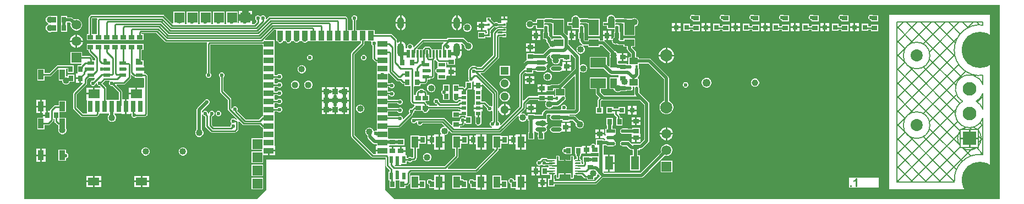
<source format=gtl>
G04*
G04 #@! TF.GenerationSoftware,Altium Limited,Altium Designer,22.9.1 (49)*
G04*
G04 Layer_Physical_Order=1*
G04 Layer_Color=255*
%FSLAX25Y25*%
%MOIN*%
G70*
G04*
G04 #@! TF.SameCoordinates,3F8A9F32-4B6F-401C-BF37-4CBD66F0855C*
G04*
G04*
G04 #@! TF.FilePolarity,Positive*
G04*
G01*
G75*
%ADD13C,0.01000*%
%ADD23R,0.04331X0.07087*%
%ADD24R,0.03543X0.05906*%
%ADD25R,0.03543X0.02756*%
%ADD26R,0.03150X0.03543*%
%ADD27R,0.02756X0.03543*%
%ADD28R,0.06721X0.02425*%
G04:AMPARAMS|DCode=29|XSize=67.21mil|YSize=24.25mil|CornerRadius=12.12mil|HoleSize=0mil|Usage=FLASHONLY|Rotation=0.000|XOffset=0mil|YOffset=0mil|HoleType=Round|Shape=RoundedRectangle|*
%AMROUNDEDRECTD29*
21,1,0.06721,0.00000,0,0,0.0*
21,1,0.04296,0.02425,0,0,0.0*
1,1,0.02425,0.02148,0.00000*
1,1,0.02425,-0.02148,0.00000*
1,1,0.02425,-0.02148,0.00000*
1,1,0.02425,0.02148,0.00000*
%
%ADD29ROUNDEDRECTD29*%
%ADD30R,0.04134X0.05906*%
%ADD31R,0.09449X0.05906*%
%ADD32R,0.05906X0.04134*%
%ADD33R,0.05906X0.09449*%
%ADD34R,0.03150X0.01968*%
%ADD35R,0.01181X0.04528*%
%ADD36R,0.02362X0.04528*%
%ADD37R,0.03543X0.03543*%
%ADD38R,0.05906X0.03543*%
%ADD39R,0.03543X0.05906*%
%ADD40R,0.07087X0.05512*%
%ADD41R,0.07087X0.04724*%
%ADD42R,0.03150X0.07087*%
%ADD43R,0.03543X0.03150*%
%ADD44R,0.06000X0.06000*%
%ADD45R,0.06000X0.06000*%
%ADD46R,0.04331X0.02362*%
%ADD47R,0.03150X0.03150*%
%ADD48R,0.05269X0.02275*%
G04:AMPARAMS|DCode=49|XSize=52.69mil|YSize=22.75mil|CornerRadius=11.38mil|HoleSize=0mil|Usage=FLASHONLY|Rotation=0.000|XOffset=0mil|YOffset=0mil|HoleType=Round|Shape=RoundedRectangle|*
%AMROUNDEDRECTD49*
21,1,0.05269,0.00000,0,0,0.0*
21,1,0.02993,0.02275,0,0,0.0*
1,1,0.02275,0.01497,0.00000*
1,1,0.02275,-0.01497,0.00000*
1,1,0.02275,-0.01497,0.00000*
1,1,0.02275,0.01497,0.00000*
%
%ADD49ROUNDEDRECTD49*%
%ADD50R,0.01968X0.01221*%
%ADD51R,0.02559X0.01221*%
%ADD52R,0.01221X0.01968*%
%ADD53R,0.01221X0.02559*%
%ADD54R,0.05000X0.08268*%
%ADD55R,0.01575X0.01575*%
%ADD56R,0.02362X0.04331*%
%ADD61C,0.06909*%
%ADD62C,0.00709*%
%ADD85R,0.05118X0.05118*%
%ADD86C,0.05118*%
G04:AMPARAMS|DCode=87|XSize=39.37mil|YSize=70.87mil|CornerRadius=19.68mil|HoleSize=0mil|Usage=FLASHONLY|Rotation=180.000|XOffset=0mil|YOffset=0mil|HoleType=Round|Shape=RoundedRectangle|*
%AMROUNDEDRECTD87*
21,1,0.03937,0.03150,0,0,180.0*
21,1,0.00000,0.07087,0,0,180.0*
1,1,0.03937,0.00000,0.01575*
1,1,0.03937,0.00000,0.01575*
1,1,0.03937,0.00000,-0.01575*
1,1,0.03937,0.00000,-0.01575*
%
%ADD87ROUNDEDRECTD87*%
G04:AMPARAMS|DCode=88|XSize=39.37mil|YSize=82.68mil|CornerRadius=19.68mil|HoleSize=0mil|Usage=FLASHONLY|Rotation=180.000|XOffset=0mil|YOffset=0mil|HoleType=Round|Shape=RoundedRectangle|*
%AMROUNDEDRECTD88*
21,1,0.03937,0.04331,0,0,180.0*
21,1,0.00000,0.08268,0,0,180.0*
1,1,0.03937,0.00000,0.02165*
1,1,0.03937,0.00000,0.02165*
1,1,0.03937,0.00000,-0.02165*
1,1,0.03937,0.00000,-0.02165*
%
%ADD88ROUNDEDRECTD88*%
%ADD89C,0.02559*%
%ADD93C,0.04921*%
%ADD94C,0.03937*%
%ADD99C,0.02362*%
%ADD101C,0.00800*%
%ADD102C,0.02000*%
%ADD103C,0.07323*%
%ADD104C,0.01575*%
%ADD105C,0.05906*%
%ADD106R,0.05906X0.05906*%
%ADD107C,0.15748*%
%ADD108R,0.08268X0.08268*%
%ADD109C,0.08268*%
%ADD110C,0.04000*%
%ADD111C,0.22047*%
G36*
X694000Y137518D02*
X627000D01*
Y137500D01*
X327000D01*
X321423Y143077D01*
Y161134D01*
X321400Y161190D01*
Y161700D01*
X249500D01*
Y161195D01*
X249475Y161134D01*
Y142974D01*
X244000Y137500D01*
X103000D01*
Y255500D01*
X626861D01*
Y255518D01*
X694000D01*
Y137518D01*
D02*
G37*
%LPC*%
G36*
X240728Y251988D02*
X238728D01*
Y249988D01*
X240728D01*
Y251988D01*
D02*
G37*
G36*
X234728D02*
X232728D01*
Y249988D01*
X234728D01*
Y251988D01*
D02*
G37*
G36*
X395512Y248512D02*
X394224D01*
Y247224D01*
X395512D01*
Y248512D01*
D02*
G37*
G36*
X393224D02*
X391937D01*
Y247224D01*
X393224D01*
Y248512D01*
D02*
G37*
G36*
X616334Y249681D02*
X615666D01*
X615048Y249425D01*
X614575Y248952D01*
X614319Y248334D01*
Y247666D01*
X614575Y247048D01*
X615048Y246575D01*
X615666Y246319D01*
X615728D01*
Y245575D01*
X620272D01*
Y249331D01*
X617047D01*
X616952Y249425D01*
X616334Y249681D01*
D02*
G37*
G36*
X598334D02*
X597666D01*
X597048Y249425D01*
X596575Y248952D01*
X596319Y248334D01*
Y247666D01*
X596575Y247048D01*
X597048Y246575D01*
X597666Y246319D01*
X597728D01*
Y245575D01*
X602272D01*
Y249331D01*
X599047D01*
X598952Y249425D01*
X598334Y249681D01*
D02*
G37*
G36*
X580334D02*
X579666D01*
X579048Y249425D01*
X578575Y248952D01*
X578319Y248334D01*
Y247666D01*
X578575Y247048D01*
X579048Y246575D01*
X579666Y246319D01*
X579728D01*
Y245575D01*
X584272D01*
Y249331D01*
X581047D01*
X580952Y249425D01*
X580334Y249681D01*
D02*
G37*
G36*
X562334D02*
X561666D01*
X561048Y249425D01*
X560575Y248952D01*
X560319Y248334D01*
Y247666D01*
X560575Y247048D01*
X561048Y246575D01*
X561666Y246319D01*
X561728D01*
Y245575D01*
X566272D01*
Y249331D01*
X563047D01*
X562952Y249425D01*
X562334Y249681D01*
D02*
G37*
G36*
X544334D02*
X543666D01*
X543048Y249425D01*
X542575Y248952D01*
X542319Y248334D01*
Y247666D01*
X542575Y247048D01*
X543048Y246575D01*
X543666Y246319D01*
X543728D01*
Y245575D01*
X548272D01*
Y249331D01*
X545047D01*
X544952Y249425D01*
X544334Y249681D01*
D02*
G37*
G36*
X526334D02*
X525666D01*
X525048Y249425D01*
X524575Y248952D01*
X524319Y248334D01*
Y247666D01*
X524575Y247048D01*
X525048Y246575D01*
X525666Y246319D01*
X525728D01*
Y245575D01*
X530272D01*
Y249331D01*
X527047D01*
X526952Y249425D01*
X526334Y249681D01*
D02*
G37*
G36*
X508334D02*
X507666D01*
X507048Y249425D01*
X506575Y248952D01*
X506319Y248334D01*
Y247666D01*
X506575Y247048D01*
X507048Y246575D01*
X507666Y246319D01*
X507728D01*
Y245575D01*
X512272D01*
Y249331D01*
X509047D01*
X508952Y249425D01*
X508334Y249681D01*
D02*
G37*
G36*
X365508Y249090D02*
Y245087D01*
X368002D01*
Y246161D01*
X367900Y246936D01*
X367601Y247658D01*
X367125Y248279D01*
X366505Y248754D01*
X365783Y249054D01*
X365508Y249090D01*
D02*
G37*
G36*
X331492Y249090D02*
Y245087D01*
X333986D01*
Y246161D01*
X333884Y246936D01*
X333585Y247658D01*
X333109Y248279D01*
X332489Y248754D01*
X331767Y249054D01*
X331492Y249090D01*
D02*
G37*
G36*
X330492Y249090D02*
X330217Y249054D01*
X329495Y248754D01*
X328875Y248279D01*
X328399Y247658D01*
X328100Y246936D01*
X327998Y246161D01*
Y245087D01*
X330492D01*
Y249090D01*
D02*
G37*
G36*
X364508Y249090D02*
X364233Y249054D01*
X363511Y248754D01*
X362891Y248279D01*
X362415Y247658D01*
X362116Y246936D01*
X362014Y246161D01*
Y245087D01*
X364508D01*
Y249090D01*
D02*
G37*
G36*
X232228Y251488D02*
X225228D01*
Y244488D01*
X225228D01*
X225152Y244020D01*
X224306D01*
X224230Y244488D01*
X224230D01*
Y251488D01*
X217230D01*
Y244488D01*
X217230D01*
X217155Y244020D01*
X216306D01*
X216230Y244488D01*
X216230D01*
Y251488D01*
X209230D01*
Y244488D01*
X209230D01*
X209155Y244020D01*
X208308D01*
X208232Y244488D01*
X208232D01*
Y251488D01*
X201232D01*
Y244488D01*
X201232D01*
X201156Y244020D01*
X200308D01*
X200232Y244488D01*
X200232D01*
Y251488D01*
X193232D01*
Y244488D01*
X193232D01*
X193222Y244427D01*
X192688Y244254D01*
X187721Y249221D01*
X187390Y249442D01*
X187000Y249520D01*
X143586D01*
X143196Y249442D01*
X142865Y249221D01*
X142279Y248635D01*
X142058Y248304D01*
X141980Y247914D01*
Y237831D01*
X140728D01*
Y234075D01*
X145272D01*
Y234075D01*
X145728D01*
Y234075D01*
X150272D01*
Y234075D01*
X150728D01*
Y234075D01*
X155272D01*
Y234075D01*
X155728D01*
Y234075D01*
X160272D01*
Y234075D01*
X160728D01*
Y234075D01*
X165272D01*
Y234075D01*
X165728D01*
Y234075D01*
X170272D01*
Y234075D01*
X170728D01*
Y234075D01*
X175272D01*
Y237831D01*
X174020D01*
Y238480D01*
X182850D01*
X188051Y233279D01*
X188382Y233058D01*
X188772Y232980D01*
X213464D01*
X213676Y232480D01*
X213558Y232304D01*
X213480Y231914D01*
Y214326D01*
X213075Y213921D01*
X212819Y213303D01*
Y212634D01*
X213075Y212016D01*
X213548Y211543D01*
X214166Y211287D01*
X214834D01*
X215452Y211543D01*
X215925Y212016D01*
X216181Y212634D01*
Y213303D01*
X215925Y213921D01*
X215520Y214326D01*
Y231480D01*
X247121D01*
X247547Y231182D01*
Y229772D01*
X247547Y229728D01*
Y229272D01*
X247547Y229228D01*
Y224772D01*
X247547Y224728D01*
Y224272D01*
X247547Y224228D01*
Y219772D01*
X247547Y219728D01*
Y219272D01*
X247547Y219228D01*
Y214772D01*
X247547Y214728D01*
Y214272D01*
X247547Y214228D01*
Y209772D01*
X247547Y209728D01*
Y209272D01*
X247547Y209228D01*
Y204772D01*
X247547Y204728D01*
Y204272D01*
X247547Y204228D01*
Y199772D01*
X247547Y199728D01*
Y199272D01*
X247547Y199228D01*
Y194772D01*
X247547Y194728D01*
Y194272D01*
X247547Y194228D01*
Y189772D01*
X247547Y189728D01*
Y189272D01*
X247547Y189228D01*
Y188020D01*
X247500D01*
X247110Y187942D01*
X246779Y187721D01*
X245078Y186020D01*
X236922D01*
X235221Y187721D01*
X235221Y187721D01*
X231847Y191095D01*
X231925Y191174D01*
X232181Y191792D01*
Y192460D01*
X231925Y193078D01*
X231452Y193551D01*
X230834Y193807D01*
X230166D01*
X229548Y193551D01*
X229075Y193078D01*
X228986Y192864D01*
X228430Y192710D01*
X228172Y192912D01*
Y198348D01*
X228094Y198738D01*
X227873Y199069D01*
X223563Y203379D01*
Y211516D01*
X223969Y211922D01*
X224224Y212540D01*
Y213208D01*
X223969Y213826D01*
X223496Y214299D01*
X222878Y214555D01*
X222209D01*
X221591Y214299D01*
X221118Y213826D01*
X220862Y213208D01*
Y212540D01*
X221118Y211922D01*
X221524Y211516D01*
Y202957D01*
X221601Y202567D01*
X221822Y202236D01*
X226132Y197926D01*
Y192227D01*
X226210Y191837D01*
X226431Y191506D01*
X231800Y186137D01*
X231486Y185746D01*
X231095Y185823D01*
X230979D01*
X230925Y185952D01*
X230452Y186425D01*
X229834Y186681D01*
X229166D01*
X228548Y186425D01*
X228075Y185952D01*
X227819Y185334D01*
Y184666D01*
X228075Y184048D01*
X228368Y183754D01*
X228492Y183431D01*
X228368Y183108D01*
X228075Y182815D01*
X227819Y182197D01*
Y181528D01*
X227357Y181520D01*
X217544D01*
X216520Y182544D01*
Y187811D01*
X216528Y187819D01*
X216897D01*
X217515Y188075D01*
X217988Y188548D01*
X218244Y189166D01*
Y189834D01*
X217988Y190452D01*
X217515Y190925D01*
X216897Y191181D01*
X216229D01*
X215611Y190925D01*
X215138Y190452D01*
X214882Y189834D01*
Y189396D01*
X214807Y189286D01*
X214782Y189281D01*
X214307Y189552D01*
Y189834D01*
X214051Y190452D01*
X213578Y190925D01*
X212960Y191181D01*
X212292D01*
X211674Y190925D01*
X211201Y190452D01*
X210945Y189834D01*
X210447Y189840D01*
Y191206D01*
X214165Y194923D01*
X214531Y195075D01*
X215004Y195548D01*
X215260Y196166D01*
Y196834D01*
X215004Y197452D01*
X214531Y197925D01*
X213913Y198181D01*
X213244D01*
X212627Y197925D01*
X212154Y197452D01*
X212002Y197086D01*
X207836Y192921D01*
X207505Y192424D01*
X207388Y191839D01*
Y179824D01*
X206799Y179234D01*
X206418Y178315D01*
Y177321D01*
X206799Y176402D01*
X207502Y175698D01*
X208421Y175318D01*
X209415D01*
X210334Y175698D01*
X211037Y176402D01*
X211418Y177321D01*
Y178315D01*
X211037Y179234D01*
X210447Y179824D01*
Y189160D01*
X210945Y189166D01*
X211201Y188548D01*
X211674Y188075D01*
X212292Y187819D01*
X212480D01*
Y182000D01*
X212558Y181610D01*
X212779Y181279D01*
X215779Y178279D01*
X216110Y178058D01*
X216500Y177980D01*
X230414D01*
X230804Y178058D01*
X231135Y178279D01*
X232402Y179546D01*
X232623Y179877D01*
X232701Y180267D01*
Y184218D01*
X232623Y184608D01*
X233014Y184922D01*
X235158Y182779D01*
X235489Y182558D01*
X235879Y182480D01*
X245578D01*
X246779Y181279D01*
X247110Y181058D01*
X247500Y180980D01*
X247547D01*
Y179772D01*
X247547Y179728D01*
Y179272D01*
X247547Y179228D01*
Y174969D01*
X247547Y174728D01*
X247155Y174469D01*
X240563D01*
Y167469D01*
X247047D01*
Y166469D01*
X240563D01*
Y159468D01*
X247563D01*
Y164228D01*
X250500D01*
Y167000D01*
X251000D01*
Y167500D01*
X254953D01*
Y169772D01*
X254453D01*
Y174228D01*
X254453Y174272D01*
Y174728D01*
X254453Y174772D01*
Y179228D01*
X254453Y179272D01*
Y179728D01*
X254453Y179772D01*
Y184272D01*
X254453D01*
Y184728D01*
X254453D01*
Y189228D01*
X254453Y189272D01*
Y189728D01*
X254453Y189772D01*
Y190980D01*
X256142D01*
X256548Y190575D01*
X257166Y190319D01*
X257834D01*
X258452Y190575D01*
X258925Y191048D01*
X259181Y191666D01*
Y192334D01*
X258925Y192952D01*
X258452Y193425D01*
X257834Y193681D01*
X257166D01*
X256548Y193425D01*
X256142Y193020D01*
X254453D01*
Y194228D01*
X254453Y194272D01*
Y194728D01*
X254453Y194772D01*
Y195980D01*
X256142D01*
X256548Y195575D01*
X257166Y195319D01*
X257834D01*
X258452Y195575D01*
X258925Y196048D01*
X259181Y196666D01*
Y197334D01*
X258925Y197952D01*
X258452Y198425D01*
X257834Y198681D01*
X257166D01*
X256548Y198425D01*
X256142Y198020D01*
X254453D01*
Y199228D01*
X254453Y199272D01*
Y199728D01*
X254453Y199772D01*
Y200980D01*
X256142D01*
X256548Y200575D01*
X257166Y200319D01*
X257834D01*
X258452Y200575D01*
X258925Y201048D01*
X259181Y201666D01*
Y202334D01*
X258925Y202952D01*
X258452Y203425D01*
X257834Y203681D01*
X257166D01*
X256548Y203425D01*
X256142Y203020D01*
X254453D01*
Y204228D01*
X254453Y204272D01*
Y204728D01*
X254453Y204772D01*
Y205980D01*
X256142D01*
X256548Y205575D01*
X257166Y205319D01*
X257834D01*
X258452Y205575D01*
X258925Y206048D01*
X259181Y206666D01*
Y207334D01*
X258925Y207952D01*
X258452Y208425D01*
X257834Y208681D01*
X257166D01*
X256548Y208425D01*
X256142Y208020D01*
X254453D01*
Y209228D01*
X254453Y209272D01*
Y209728D01*
X254453Y209772D01*
Y210980D01*
X256142D01*
X256548Y210575D01*
X257166Y210319D01*
X257834D01*
X258452Y210575D01*
X258925Y211048D01*
X259181Y211666D01*
Y212334D01*
X258925Y212952D01*
X258452Y213425D01*
X257834Y213681D01*
X257166D01*
X256548Y213425D01*
X256142Y213020D01*
X254453D01*
Y214228D01*
X254453Y214272D01*
Y214728D01*
X254453Y214772D01*
Y219228D01*
X254453Y219272D01*
Y219728D01*
X254453Y219772D01*
Y224228D01*
X254453Y224272D01*
Y224728D01*
X254453Y224772D01*
Y229228D01*
X254453Y229272D01*
Y229728D01*
X254453Y229772D01*
Y234272D01*
X248867D01*
X248675Y234734D01*
X254422Y240480D01*
X255221D01*
X255677Y240374D01*
X255677Y239980D01*
Y233469D01*
X256400D01*
X256575Y233048D01*
X257048Y232575D01*
X257666Y232319D01*
X258334D01*
X258952Y232575D01*
X259425Y233048D01*
X259599Y233469D01*
X260177D01*
X260221Y233469D01*
X260677D01*
X260720Y233469D01*
X261401D01*
X261575Y233048D01*
X262048Y232575D01*
X262666Y232319D01*
X263334D01*
X263952Y232575D01*
X264425Y233048D01*
X264599Y233469D01*
X265177D01*
X265220Y233469D01*
X265677D01*
X265721Y233469D01*
X266476D01*
X266575Y233229D01*
X267048Y232756D01*
X267666Y232500D01*
X268334D01*
X268952Y232756D01*
X269425Y233229D01*
X269524Y233469D01*
X270177D01*
X270220Y233469D01*
X270677D01*
X270721Y233469D01*
X271476D01*
X271575Y233229D01*
X272048Y232756D01*
X272666Y232500D01*
X273334D01*
X273952Y232756D01*
X274425Y233229D01*
X274524Y233469D01*
X275177D01*
X275220Y233469D01*
X275677D01*
X275721Y233469D01*
X280220D01*
Y233469D01*
X280677D01*
Y233469D01*
X285220D01*
Y233469D01*
X285677D01*
Y233469D01*
X290220D01*
Y233469D01*
X290677D01*
Y233469D01*
X295220D01*
Y233469D01*
X295677D01*
Y233469D01*
X300177D01*
X300220Y233469D01*
X300677D01*
X300721Y233469D01*
X305177D01*
X305221Y233469D01*
X305677D01*
X305720Y233469D01*
X306929D01*
Y232371D01*
X301279Y226721D01*
X301058Y226390D01*
X300980Y226000D01*
Y176000D01*
X301058Y175610D01*
X301279Y175279D01*
X313279Y163279D01*
X313610Y163058D01*
X314000Y162980D01*
X321878D01*
X321980Y162878D01*
Y158020D01*
X322058Y157630D01*
X322279Y157299D01*
X324240Y155338D01*
Y154244D01*
X323579D01*
Y148913D01*
X323728D01*
X324169Y148772D01*
Y144228D01*
X327925D01*
Y148772D01*
X328366Y148913D01*
X329633D01*
X330075Y148772D01*
Y144228D01*
X333831D01*
Y145480D01*
X334500D01*
X334890Y145558D01*
X335221Y145779D01*
X336221Y146779D01*
X336442Y147110D01*
X336520Y147500D01*
Y153078D01*
X337422Y153980D01*
X376500D01*
X376890Y154058D01*
X377221Y154279D01*
X389968Y167026D01*
X390189Y167357D01*
X390267Y167747D01*
Y168161D01*
X391882D01*
Y171228D01*
X395819D01*
Y175772D01*
X391882D01*
Y176248D01*
X386551D01*
Y168161D01*
X387566D01*
X387758Y167700D01*
X376078Y156020D01*
X359615D01*
X359423Y156482D01*
X365721Y162779D01*
X365942Y163110D01*
X366020Y163500D01*
Y168161D01*
X367673D01*
Y171228D01*
X371610D01*
Y175772D01*
X367673D01*
Y176248D01*
X362343D01*
Y168161D01*
X363980D01*
Y163922D01*
X357578Y157520D01*
X327488D01*
X327307Y157756D01*
X327554Y158256D01*
X328500D01*
Y161421D01*
X329500D01*
Y158256D01*
X331181D01*
Y158756D01*
X334421D01*
Y160480D01*
X335142D01*
X335548Y160075D01*
X336166Y159819D01*
X336834D01*
X337452Y160075D01*
X337925Y160548D01*
X338005Y160741D01*
X338761D01*
X339151Y160819D01*
X339482Y161040D01*
X340438Y161996D01*
X340658Y162326D01*
X340736Y162716D01*
Y168161D01*
X342382D01*
Y171228D01*
X346319D01*
Y175772D01*
X342382D01*
Y176248D01*
X337051D01*
Y168161D01*
X338697D01*
Y163139D01*
X338338Y162780D01*
X337597D01*
X337452Y162925D01*
X336834Y163181D01*
X336166D01*
X335548Y162925D01*
X335142Y162520D01*
X334421D01*
Y164087D01*
X334237D01*
X333772Y164169D01*
Y166244D01*
X331000D01*
Y166744D01*
X330500D01*
Y169319D01*
X326500D01*
Y166744D01*
X325500D01*
Y169319D01*
X324061D01*
X323964Y169528D01*
X323896Y169753D01*
X324176Y170181D01*
X328272D01*
Y170181D01*
X328728D01*
Y170181D01*
X333272D01*
Y174331D01*
X328728D01*
Y174331D01*
X328272D01*
Y174331D01*
X323728D01*
X323412Y174601D01*
X323350Y174778D01*
Y179228D01*
X323350Y179272D01*
Y179728D01*
X323350Y179772D01*
Y180980D01*
X330000D01*
X330390Y181058D01*
X330721Y181279D01*
X338075Y188633D01*
X338296Y188964D01*
X338374Y189354D01*
Y189542D01*
X338452Y189575D01*
X338925Y190048D01*
X339181Y190666D01*
Y190689D01*
X339228Y191169D01*
X344319D01*
Y191166D01*
X344575Y190548D01*
X345048Y190075D01*
X345666Y189819D01*
X346334D01*
X346952Y190075D01*
X347425Y190548D01*
X347681Y191166D01*
Y191169D01*
X348272D01*
Y192293D01*
X365765D01*
X365929Y192129D01*
X366259Y191908D01*
X366650Y191831D01*
X366741D01*
X367094Y191477D01*
Y191185D01*
X366772Y190831D01*
X362228D01*
Y187075D01*
X366772D01*
Y187850D01*
X367094Y188216D01*
X370036D01*
X370169Y187772D01*
X370169Y187716D01*
Y186915D01*
X369669Y186708D01*
X369452Y186925D01*
X368834Y187181D01*
X368166D01*
X367548Y186925D01*
X367075Y186452D01*
X366819Y185834D01*
Y185406D01*
X366794Y185152D01*
X366377Y184925D01*
X362228D01*
Y182850D01*
X361766Y182659D01*
X357704Y186721D01*
X357374Y186942D01*
X356983Y187020D01*
X339935D01*
X339545Y186942D01*
X339470Y186892D01*
X339217Y186997D01*
X338548D01*
X337930Y186741D01*
X337457Y186268D01*
X337201Y185650D01*
Y184981D01*
X337457Y184363D01*
X337930Y183890D01*
X338548Y183634D01*
X339217D01*
X339835Y183890D01*
X340307Y184363D01*
X340357Y184483D01*
X340417Y184488D01*
X340543Y184383D01*
X340819Y184023D01*
Y183484D01*
X341075Y182867D01*
X341548Y182394D01*
X342166Y182138D01*
X342834D01*
X343452Y182394D01*
X343925Y182867D01*
X344179Y183480D01*
X355940D01*
X357458Y181962D01*
X357267Y181500D01*
X357003D01*
X356084Y181119D01*
X355381Y180416D01*
X355000Y179497D01*
Y178503D01*
X355381Y177584D01*
X355716Y177248D01*
X355509Y176748D01*
X354783D01*
Y172705D01*
X357449D01*
Y176500D01*
X357997D01*
X358916Y176881D01*
X359619Y177584D01*
X360000Y178503D01*
Y178767D01*
X360462Y178958D01*
X361641Y177779D01*
X361972Y177558D01*
X362362Y177480D01*
X391000D01*
X391390Y177558D01*
X391721Y177779D01*
X402099Y188157D01*
X402523Y187873D01*
X402416Y187617D01*
Y186622D01*
X402797Y185703D01*
X403500Y185000D01*
X404419Y184619D01*
X405413D01*
X406332Y185000D01*
X407035Y185703D01*
X407228Y186169D01*
X407728Y186069D01*
Y185169D01*
X408494D01*
Y178272D01*
X408169D01*
Y173728D01*
X411925D01*
Y178272D01*
X411888D01*
X411727Y178717D01*
X412320Y178631D01*
X412391Y178525D01*
X412957Y178147D01*
X413625Y178014D01*
X414075D01*
Y176638D01*
X414040Y176585D01*
X413923Y176000D01*
X414040Y175415D01*
X414075Y175362D01*
Y173728D01*
X417831D01*
Y178014D01*
X417922D01*
X418590Y178147D01*
X419156Y178525D01*
X419535Y179092D01*
X419667Y179760D01*
X419535Y180428D01*
X419156Y180994D01*
X419105Y181029D01*
X419105Y181630D01*
X419517Y181905D01*
X420006Y182637D01*
X420078Y183000D01*
X415773D01*
Y184000D01*
X420078D01*
X420006Y184363D01*
X419561Y185028D01*
X419634Y185528D01*
X419634D01*
Y187305D01*
X419663Y187452D01*
Y188695D01*
X419939Y188971D01*
X421686D01*
X421844Y188475D01*
X421465Y187908D01*
X421333Y187240D01*
X421465Y186572D01*
X421844Y186006D01*
X422410Y185627D01*
X423078Y185494D01*
X427375D01*
X428043Y185627D01*
X428046Y185629D01*
X428728D01*
Y184681D01*
X433272D01*
Y185227D01*
X435138D01*
X437000Y183365D01*
Y182503D01*
X437381Y181584D01*
X438084Y180881D01*
X439003Y180500D01*
X439997D01*
X440916Y180881D01*
X441619Y181584D01*
X442000Y182503D01*
Y183497D01*
X441619Y184416D01*
X440916Y185119D01*
X439997Y185500D01*
X439190D01*
X436853Y187837D01*
X436357Y188169D01*
X435772Y188285D01*
X433272D01*
Y188831D01*
X433714Y188971D01*
X436828D01*
X437414Y189087D01*
X437910Y189419D01*
X439081Y190590D01*
X439413Y191086D01*
X439529Y191672D01*
Y214782D01*
X439991Y214973D01*
X440084Y214881D01*
X441003Y214500D01*
X441997D01*
X442916Y214881D01*
X443619Y215584D01*
X444000Y216503D01*
Y217497D01*
X443619Y218416D01*
X442916Y219119D01*
X441997Y219500D01*
X441003D01*
X440084Y219119D01*
X439991Y219027D01*
X439529Y219218D01*
Y224000D01*
X439413Y224585D01*
X439081Y225081D01*
X432701Y231462D01*
Y234228D01*
X434000D01*
Y237000D01*
Y239772D01*
X432122D01*
Y237269D01*
X431660Y237078D01*
X429953Y238785D01*
Y247071D01*
X424695D01*
X424547Y247100D01*
X423384D01*
X422963Y247381D01*
X422378Y247498D01*
X419043D01*
X418458Y247381D01*
X418047Y247107D01*
X417559Y247079D01*
D01*
X417499Y247093D01*
X417469Y247100D01*
X417080Y247100D01*
X413531D01*
X413149Y246942D01*
X412990Y246559D01*
Y245151D01*
X411365D01*
X411362Y245159D01*
X410659Y245862D01*
X409740Y246243D01*
X408745D01*
X407827Y245862D01*
X407123Y245159D01*
X406743Y244240D01*
Y243245D01*
X407123Y242326D01*
X407827Y241623D01*
X408745Y241243D01*
X409740D01*
X410659Y241623D01*
X411362Y242326D01*
X411578Y242849D01*
X412990D01*
Y241441D01*
X413149Y241058D01*
X413531Y240900D01*
X417469D01*
X417514Y240869D01*
Y239272D01*
X417075D01*
Y234728D01*
X418668D01*
X419215Y234181D01*
Y233685D01*
X419332Y233100D01*
X419663Y232604D01*
X420500Y231767D01*
Y231503D01*
X420881Y230584D01*
X421468Y229997D01*
X421383Y229525D01*
X421348Y229463D01*
X421096Y229413D01*
X420600Y229081D01*
X417471Y225952D01*
X411913D01*
X411772Y226319D01*
X407228D01*
Y222169D01*
X406870Y221826D01*
X406504Y221581D01*
X404929Y220006D01*
X404459Y219913D01*
X403963Y219581D01*
X403631Y219085D01*
X403515Y218500D01*
X403631Y217915D01*
X403963Y217419D01*
X404459Y217087D01*
X405044Y216971D01*
X405585D01*
X405915Y217036D01*
X406331Y216639D01*
X406301Y216520D01*
X406000D01*
X405610Y216442D01*
X405279Y216221D01*
X403279Y214221D01*
X403058Y213890D01*
X402980Y213500D01*
Y194044D01*
X391537Y182600D01*
X391148Y182828D01*
X391101Y182872D01*
Y183524D01*
X390845Y184142D01*
X390372Y184615D01*
X390065Y184742D01*
X390020Y184810D01*
Y191172D01*
X390520Y191238D01*
X390684Y190626D01*
X391152Y189815D01*
X391815Y189152D01*
X392626Y188683D01*
X393500Y188449D01*
Y192000D01*
Y195551D01*
X392626Y195317D01*
X391815Y194848D01*
X391152Y194185D01*
X390684Y193374D01*
X390520Y192762D01*
X390020Y192828D01*
Y202621D01*
X389942Y203011D01*
X389721Y203342D01*
X379290Y213773D01*
X379481Y214235D01*
X380755D01*
X381145Y214313D01*
X381476Y214534D01*
X390221Y223279D01*
X390442Y223610D01*
X390520Y224000D01*
Y236198D01*
X392437D01*
Y235988D01*
X395012D01*
Y238563D01*
X392437D01*
Y238238D01*
X390086D01*
X389837Y238188D01*
X389581Y238639D01*
X390348Y239406D01*
X392437D01*
Y239138D01*
X395012D01*
Y241713D01*
X392437D01*
Y241445D01*
X389925D01*
X389535Y241367D01*
X389204Y241146D01*
X387279Y239221D01*
X387058Y238890D01*
X386980Y238500D01*
Y225044D01*
X379711Y217775D01*
X377262D01*
X376880Y218157D01*
X376549Y218378D01*
X376158Y218456D01*
X374352D01*
X373961Y218378D01*
X373631Y218157D01*
X372279Y216806D01*
X372058Y216475D01*
X371980Y216085D01*
Y211490D01*
X372056Y211113D01*
X371940Y210834D01*
Y210166D01*
X372196Y209548D01*
X372472Y209272D01*
X372265Y208772D01*
X370169D01*
Y205670D01*
X369623Y205124D01*
X369513Y205135D01*
X368927Y205721D01*
X368597Y205942D01*
X368206Y206020D01*
X366331D01*
Y207272D01*
X362575D01*
Y202772D01*
X362575Y202728D01*
Y202272D01*
X362575Y202228D01*
Y197728D01*
X363000D01*
X363075Y197548D01*
X363548Y197075D01*
X364166Y196819D01*
X364834D01*
X365452Y197075D01*
X365925Y197548D01*
X366000Y197728D01*
X366331D01*
Y197913D01*
X366831Y198040D01*
X367094Y197776D01*
X367094Y197114D01*
X367000Y197020D01*
X366610Y196942D01*
X366279Y196721D01*
X365578Y196020D01*
X354892D01*
X354181Y196730D01*
Y197334D01*
X353925Y197952D01*
X353452Y198425D01*
X352834Y198681D01*
X352166D01*
X351548Y198425D01*
X351075Y197952D01*
X350819Y197334D01*
Y196666D01*
X351075Y196048D01*
X351548Y195575D01*
X352166Y195319D01*
X352709D01*
X353233Y194794D01*
X353042Y194333D01*
X348272D01*
Y194925D01*
X347020D01*
Y195000D01*
X346942Y195390D01*
X346721Y195721D01*
X345867Y196575D01*
X346074Y197075D01*
X348272D01*
Y200831D01*
X346775D01*
Y202154D01*
X346697Y202544D01*
X346476Y202874D01*
X345890Y203460D01*
X345560Y203681D01*
X345169Y203759D01*
X345005D01*
X344925Y203952D01*
X344452Y204425D01*
X343834Y204681D01*
X343166D01*
X342548Y204425D01*
X342075Y203952D01*
X342011Y203798D01*
X341930D01*
X341540Y203720D01*
X341209Y203500D01*
X340623Y202914D01*
X340402Y202583D01*
X340324Y202193D01*
Y200831D01*
X339228D01*
X339020Y201244D01*
Y205751D01*
X339075Y206228D01*
X342831D01*
Y207025D01*
X342952Y207075D01*
X343358Y207480D01*
X345493D01*
X345883Y207558D01*
X346214Y207779D01*
X346800Y208365D01*
X347021Y208696D01*
X347098Y209086D01*
Y210079D01*
X348744D01*
Y210740D01*
X349691D01*
X350081Y210818D01*
X350412Y211039D01*
X350997Y211625D01*
X351218Y211955D01*
X351296Y212346D01*
Y221791D01*
X351418Y221953D01*
X351757Y222172D01*
X352023Y222096D01*
X352060Y222067D01*
X352200Y221858D01*
X353256Y220802D01*
Y217643D01*
X353227Y217497D01*
X353063Y217139D01*
X352548Y216925D01*
X352075Y216452D01*
X351819Y215834D01*
Y215166D01*
X352075Y214548D01*
X352548Y214075D01*
X353063Y213861D01*
X353227Y213504D01*
X353256Y213357D01*
Y210079D01*
X358587D01*
Y212228D01*
X358728Y212669D01*
X359087Y212669D01*
X361000D01*
Y215047D01*
Y217425D01*
X359031D01*
X358696Y217526D01*
X358587Y217866D01*
Y220402D01*
X359228D01*
Y219075D01*
X363772D01*
Y222412D01*
X363772Y222722D01*
X364053Y223000D01*
X364053D01*
X364053Y223000D01*
X364508Y223033D01*
Y228130D01*
X365008D01*
Y228630D01*
X368002D01*
Y230295D01*
X367900Y231070D01*
X367690Y231578D01*
X367898Y232064D01*
X367971Y232131D01*
X368112Y232154D01*
X369500Y230766D01*
Y230003D01*
X369881Y229084D01*
X370584Y228381D01*
X371503Y228000D01*
X372497D01*
X373416Y228381D01*
X374119Y229084D01*
X374500Y230003D01*
Y230997D01*
X374119Y231916D01*
X373416Y232619D01*
X372497Y233000D01*
X371592D01*
X369510Y235081D01*
X369014Y235413D01*
X368429Y235529D01*
X360056D01*
X359471Y235413D01*
X358974Y235081D01*
X358933Y235020D01*
X344500D01*
X344110Y234942D01*
X343779Y234721D01*
X338902Y229843D01*
X338402Y230051D01*
Y230452D01*
X338131Y231106D01*
X337630Y231607D01*
X336976Y231878D01*
X336268D01*
X335614Y231607D01*
X335113Y231106D01*
X334842Y230452D01*
Y229745D01*
X334925Y229546D01*
X334647Y229130D01*
X333986D01*
Y230295D01*
X333884Y231070D01*
X333585Y231792D01*
X333109Y232412D01*
X332489Y232888D01*
X331767Y233187D01*
X331492Y233224D01*
Y228130D01*
X330492D01*
Y233224D01*
X330217Y233187D01*
X329495Y232888D01*
X329219Y232676D01*
X328719Y232923D01*
Y234301D01*
X328641Y234691D01*
X328420Y235022D01*
X325721Y237721D01*
X325390Y237942D01*
X325000Y238020D01*
X315220D01*
Y240374D01*
X310720D01*
X310677Y240374D01*
X310221D01*
X310177Y240374D01*
X305720D01*
X305677Y240374D01*
X305221D01*
X305177Y240374D01*
X304020D01*
Y246142D01*
X304425Y246548D01*
X304681Y247166D01*
Y247834D01*
X304425Y248452D01*
X303952Y248925D01*
X303334Y249181D01*
X302666D01*
X302048Y248925D01*
X301575Y248452D01*
X301319Y247834D01*
Y247166D01*
X301575Y246548D01*
X301980Y246142D01*
Y240374D01*
X300721D01*
X300677Y240374D01*
X300220D01*
X300177Y240374D01*
X299020D01*
Y246914D01*
X298942Y247304D01*
X298721Y247635D01*
X298135Y248221D01*
X297804Y248442D01*
X297414Y248520D01*
X251515D01*
X251125Y248442D01*
X250794Y248221D01*
X249601Y247028D01*
X249311Y247141D01*
X249139Y247273D01*
Y247877D01*
X248883Y248495D01*
X248410Y248967D01*
X247792Y249223D01*
X247123D01*
X246505Y248967D01*
X246264Y248726D01*
X245936Y248547D01*
X245610Y248726D01*
X245368Y248969D01*
X244750Y249224D01*
X244081D01*
X243463Y248969D01*
X242990Y248496D01*
X242734Y247878D01*
Y247209D01*
X242990Y246591D01*
X243396Y246185D01*
Y245338D01*
X242078Y244020D01*
X240728D01*
Y245988D01*
X236728D01*
Y247988D01*
D01*
Y245988D01*
X232728D01*
Y244528D01*
X232596Y244518D01*
X232228Y244857D01*
Y251488D01*
D02*
G37*
G36*
X379500Y245331D02*
X377228D01*
Y243256D01*
X379500D01*
Y245331D01*
D02*
G37*
G36*
X608425Y244575D02*
X606350D01*
Y242500D01*
X608425D01*
Y244575D01*
D02*
G37*
G36*
X590425D02*
X588350D01*
Y242500D01*
X590425D01*
Y244575D01*
D02*
G37*
G36*
X572425D02*
X570350D01*
Y242500D01*
X572425D01*
Y244575D01*
D02*
G37*
G36*
X554425D02*
X552350D01*
Y242500D01*
X554425D01*
Y244575D01*
D02*
G37*
G36*
X536425D02*
X534350D01*
Y242500D01*
X536425D01*
Y244575D01*
D02*
G37*
G36*
X518425D02*
X516350D01*
Y242500D01*
X518425D01*
Y244575D01*
D02*
G37*
G36*
X500425D02*
X498350D01*
Y242500D01*
X500425D01*
Y244575D01*
D02*
G37*
G36*
X605350D02*
X603276D01*
Y242500D01*
X605350D01*
Y244575D01*
D02*
G37*
G36*
X587350D02*
X585276D01*
Y242500D01*
X587350D01*
Y244575D01*
D02*
G37*
G36*
X569350D02*
X567276D01*
Y242500D01*
X569350D01*
Y244575D01*
D02*
G37*
G36*
X551350D02*
X549276D01*
Y242500D01*
X551350D01*
Y244575D01*
D02*
G37*
G36*
X533350D02*
X531276D01*
Y242500D01*
X533350D01*
Y244575D01*
D02*
G37*
G36*
X515350D02*
X513276D01*
Y242500D01*
X515350D01*
Y244575D01*
D02*
G37*
G36*
X497350D02*
X495276D01*
Y242500D01*
X497350D01*
Y244575D01*
D02*
G37*
G36*
X385563Y248012D02*
X382988D01*
Y245437D01*
X382519Y245362D01*
X382488D01*
Y245331D01*
X380500D01*
Y242756D01*
Y240181D01*
X382772D01*
X382988Y239771D01*
Y239138D01*
X383256D01*
Y238563D01*
X382988D01*
Y238264D01*
X382272D01*
Y239319D01*
X377728D01*
Y235169D01*
X382272D01*
Y236225D01*
X382988D01*
Y235988D01*
X385563D01*
Y238563D01*
X385295D01*
Y239138D01*
X385563D01*
Y240271D01*
X387512Y242220D01*
X387903D01*
X388048Y242075D01*
X388666Y241819D01*
X389334D01*
X389952Y242075D01*
X390395Y242518D01*
X392437D01*
Y242287D01*
X395012D01*
X395012Y244862D01*
X395481Y244937D01*
X395512D01*
Y246224D01*
X391937D01*
Y245057D01*
X391937Y244937D01*
X391647Y244557D01*
X390320D01*
X389952Y244925D01*
X389334Y245181D01*
X388666D01*
X388048Y244925D01*
X387903Y244780D01*
X387662D01*
X385563Y246879D01*
Y248012D01*
D02*
G37*
G36*
X379500Y242256D02*
X377228D01*
Y240181D01*
X379500D01*
Y242256D01*
D02*
G37*
G36*
X368002Y244087D02*
X365508D01*
Y240084D01*
X365783Y240120D01*
X366505Y240419D01*
X367125Y240895D01*
X367601Y241515D01*
X367900Y242237D01*
X368002Y243012D01*
Y244087D01*
D02*
G37*
G36*
X330492D02*
X327998D01*
Y243012D01*
X328100Y242237D01*
X328399Y241515D01*
X328875Y240895D01*
X329495Y240419D01*
X330217Y240120D01*
X330492Y240084D01*
Y244087D01*
D02*
G37*
G36*
X333986D02*
X331492D01*
Y240084D01*
X331767Y240120D01*
X332489Y240419D01*
X333109Y240895D01*
X333585Y241515D01*
X333884Y242237D01*
X333986Y243012D01*
Y244087D01*
D02*
G37*
G36*
X364508D02*
X362014D01*
Y243012D01*
X362116Y242237D01*
X362415Y241515D01*
X362891Y240895D01*
X363511Y240419D01*
X364233Y240120D01*
X364508Y240084D01*
Y244087D01*
D02*
G37*
G36*
X128831Y248772D02*
X125075D01*
Y244228D01*
X125075D01*
X125075Y243772D01*
X125075D01*
Y239228D01*
X128831D01*
Y243772D01*
X128831D01*
X128831Y244228D01*
X128831D01*
Y244971D01*
X130569D01*
X131161Y244379D01*
X131047Y243955D01*
Y243045D01*
X131282Y242167D01*
X131737Y241380D01*
X132380Y240737D01*
X133167Y240283D01*
X134045Y240047D01*
X134955D01*
X135833Y240283D01*
X136620Y240737D01*
X137263Y241380D01*
X137717Y242167D01*
X137953Y243045D01*
Y243955D01*
X137717Y244833D01*
X137263Y245620D01*
X136620Y246263D01*
X135833Y246718D01*
X134955Y246953D01*
X134045D01*
X133167Y246718D01*
X133155Y246710D01*
X132284Y247581D01*
X131788Y247913D01*
X131203Y248029D01*
X128831D01*
Y248772D01*
D02*
G37*
G36*
X614224Y244075D02*
X610075D01*
Y239925D01*
X614224D01*
Y240528D01*
X615728D01*
Y239669D01*
X620272D01*
Y243425D01*
X615728D01*
Y242567D01*
X614224D01*
Y244075D01*
D02*
G37*
G36*
X596224D02*
X592075D01*
Y239925D01*
X596224D01*
Y240528D01*
X597728D01*
Y239669D01*
X602272D01*
Y243425D01*
X597728D01*
Y242567D01*
X596224D01*
Y244075D01*
D02*
G37*
G36*
X578224D02*
X574075D01*
Y239925D01*
X578224D01*
Y240528D01*
X579728D01*
Y239669D01*
X584272D01*
Y243425D01*
X579728D01*
Y242567D01*
X578224D01*
Y244075D01*
D02*
G37*
G36*
X560224D02*
X556075D01*
Y239925D01*
X560224D01*
Y240528D01*
X561728D01*
Y239669D01*
X566272D01*
Y243425D01*
X561728D01*
Y242567D01*
X560224D01*
Y244075D01*
D02*
G37*
G36*
X542224D02*
X538075D01*
Y239925D01*
X542224D01*
Y240528D01*
X543728D01*
Y239669D01*
X548272D01*
Y243425D01*
X543728D01*
Y242567D01*
X542224D01*
Y244075D01*
D02*
G37*
G36*
X524224D02*
X520075D01*
Y239925D01*
X524224D01*
Y240528D01*
X525728D01*
Y239669D01*
X530272D01*
Y243425D01*
X525728D01*
Y242567D01*
X524224D01*
Y244075D01*
D02*
G37*
G36*
X506224D02*
X502075D01*
Y239925D01*
X506224D01*
Y240528D01*
X507728D01*
Y239669D01*
X512272D01*
Y243425D01*
X507728D01*
Y242567D01*
X506224D01*
Y244075D01*
D02*
G37*
G36*
X608425Y241500D02*
X606350D01*
Y239425D01*
X608425D01*
Y241500D01*
D02*
G37*
G36*
X605350D02*
X603276D01*
Y239425D01*
X605350D01*
Y241500D01*
D02*
G37*
G36*
X590425D02*
X588350D01*
Y239425D01*
X590425D01*
Y241500D01*
D02*
G37*
G36*
X587350D02*
X585276D01*
Y239425D01*
X587350D01*
Y241500D01*
D02*
G37*
G36*
X572425D02*
X570350D01*
Y239425D01*
X572425D01*
Y241500D01*
D02*
G37*
G36*
X569350D02*
X567276D01*
Y239425D01*
X569350D01*
Y241500D01*
D02*
G37*
G36*
X554425D02*
X552350D01*
Y239425D01*
X554425D01*
Y241500D01*
D02*
G37*
G36*
X551350D02*
X549276D01*
Y239425D01*
X551350D01*
Y241500D01*
D02*
G37*
G36*
X536425D02*
X534350D01*
Y239425D01*
X536425D01*
Y241500D01*
D02*
G37*
G36*
X533350D02*
X531276D01*
Y239425D01*
X533350D01*
Y241500D01*
D02*
G37*
G36*
X518425D02*
X516350D01*
Y239425D01*
X518425D01*
Y241500D01*
D02*
G37*
G36*
X515350D02*
X513276D01*
Y239425D01*
X515350D01*
Y241500D01*
D02*
G37*
G36*
X500425D02*
X498350D01*
Y239425D01*
X500425D01*
Y241500D01*
D02*
G37*
G36*
X497350D02*
X495276D01*
Y239425D01*
X497350D01*
Y241500D01*
D02*
G37*
G36*
X371772Y244225D02*
X370778D01*
X369859Y243844D01*
X369156Y243141D01*
X368775Y242222D01*
Y241228D01*
X369156Y240309D01*
X369859Y239605D01*
X370778Y239225D01*
X371772D01*
X372691Y239605D01*
X373394Y240309D01*
X373775Y241228D01*
Y242222D01*
X373394Y243141D01*
X372691Y243844D01*
X371772Y244225D01*
D02*
G37*
G36*
X118997Y249000D02*
X118003D01*
X117084Y248619D01*
X116381Y247916D01*
X116000Y246997D01*
Y246003D01*
X116381Y245084D01*
X117084Y244381D01*
X117399Y244250D01*
Y243750D01*
X117084Y243619D01*
X116381Y242916D01*
X116000Y241997D01*
Y241003D01*
X116381Y240084D01*
X117084Y239381D01*
X118003Y239000D01*
X118997D01*
X119549Y239228D01*
X122925D01*
Y243772D01*
X122925D01*
X122925Y244228D01*
X122925D01*
Y248772D01*
X119549D01*
X118997Y249000D01*
D02*
G37*
G36*
X458425Y239772D02*
X456547D01*
Y237500D01*
X458425D01*
Y239772D01*
D02*
G37*
G36*
X415425D02*
X413547D01*
Y237500D01*
X415425D01*
Y239772D01*
D02*
G37*
G36*
X455547D02*
X453669D01*
Y237500D01*
X455547D01*
Y239772D01*
D02*
G37*
G36*
X412547D02*
X410669D01*
Y237500D01*
X412547D01*
Y239772D01*
D02*
G37*
G36*
X436878Y239772D02*
X435000D01*
Y237500D01*
X436878D01*
Y239772D01*
D02*
G37*
G36*
X458997Y249500D02*
X458003D01*
X457084Y249119D01*
X456381Y248416D01*
X456000Y247497D01*
Y246583D01*
X455990Y246559D01*
Y245151D01*
X453972D01*
X453873Y245110D01*
X453472D01*
Y244710D01*
X453431Y244610D01*
Y243390D01*
X453472Y243290D01*
Y242890D01*
X453873D01*
X453972Y242849D01*
X455990D01*
Y241441D01*
X456149Y241058D01*
X456531Y240900D01*
X460468D01*
X460514Y240869D01*
Y239272D01*
X460075D01*
Y236047D01*
X459967Y236002D01*
X459263Y235299D01*
X458981Y234616D01*
X458925Y234483D01*
X458425Y234582D01*
X458425Y234711D01*
X458425Y234728D01*
Y236500D01*
X456547D01*
Y234228D01*
X458383D01*
X458425Y234228D01*
X458883Y234126D01*
X458883Y234003D01*
Y233385D01*
X459263Y232467D01*
X459967Y231763D01*
X460885Y231383D01*
X461880D01*
X462172Y231504D01*
X462572Y231237D01*
X463157Y231120D01*
X466047D01*
Y230083D01*
X467971D01*
Y229000D01*
X468087Y228415D01*
X468419Y227919D01*
X470471Y225867D01*
Y223978D01*
X469441D01*
X469058Y223820D01*
X468900Y223437D01*
Y219529D01*
X467772D01*
Y219894D01*
X463228D01*
Y219894D01*
X463067Y219848D01*
X462571Y220216D01*
Y221109D01*
X462728Y221543D01*
X463071Y221543D01*
X465000D01*
Y223921D01*
Y226299D01*
X462728D01*
Y226253D01*
X462228Y226153D01*
X462119Y226416D01*
X461416Y227119D01*
X460743Y227398D01*
X460699Y227464D01*
X454585Y233577D01*
X454360Y233728D01*
X454511Y234228D01*
X455547D01*
Y236500D01*
X453669D01*
Y234502D01*
X453555Y234173D01*
X453253Y234026D01*
X451453D01*
Y235063D01*
X444547D01*
Y234029D01*
X442633D01*
X442313Y234350D01*
Y236622D01*
X442283Y236770D01*
Y239272D01*
X442073D01*
Y242032D01*
X442028Y242258D01*
Y243142D01*
X441582D01*
X441129Y243444D01*
X440543Y243561D01*
X440010Y243455D01*
X439867Y243484D01*
X439510Y243675D01*
Y244325D01*
X439867Y244516D01*
X440010Y244545D01*
X440543Y244439D01*
X443423D01*
X443844Y244158D01*
X444429Y244041D01*
X444547D01*
Y236622D01*
X451453D01*
Y247071D01*
X446195D01*
X446047Y247100D01*
X445038D01*
X444617Y247381D01*
X444031Y247498D01*
X440543D01*
X439958Y247381D01*
X439885Y247332D01*
X439273Y247525D01*
X439042Y248082D01*
X438339Y248785D01*
X437420Y249166D01*
X436425D01*
X435506Y248785D01*
X434803Y248082D01*
X434423Y247163D01*
Y246169D01*
X434490Y246006D01*
Y245151D01*
X432472D01*
X432373Y245110D01*
X431972D01*
Y244710D01*
X431931Y244610D01*
Y243390D01*
X431972Y243290D01*
Y242890D01*
X432373D01*
X432472Y242849D01*
X434490D01*
Y241441D01*
X434649Y241058D01*
X435032Y240900D01*
X438969D01*
X439014Y240869D01*
Y239272D01*
X438527D01*
Y234728D01*
X439254D01*
Y233717D01*
X439370Y233131D01*
X439702Y232635D01*
X440919Y231419D01*
X441123Y231282D01*
X440886Y230839D01*
X440497Y231000D01*
X439503D01*
X438584Y230619D01*
X437881Y229916D01*
X437500Y228997D01*
Y228003D01*
X437881Y227084D01*
X438584Y226381D01*
X439503Y226000D01*
X440497D01*
X441416Y226381D01*
X442119Y227084D01*
X442500Y228003D01*
Y228997D01*
X442119Y229916D01*
X441469Y230566D01*
X441516Y230801D01*
X441648Y231041D01*
X442000Y230971D01*
X444547D01*
Y229929D01*
X451453D01*
Y230967D01*
X452870D01*
X457746Y226091D01*
X457500Y225497D01*
Y224503D01*
X457625Y224202D01*
X457437Y223921D01*
X457437D01*
Y218273D01*
X456975Y218081D01*
X455878Y219179D01*
Y223921D01*
X445429D01*
Y217016D01*
X453715D01*
X457312Y213419D01*
X457808Y213087D01*
X458394Y212971D01*
X462728D01*
Y211886D01*
X462567Y211453D01*
X457433D01*
Y204547D01*
X460000D01*
Y204503D01*
X460381Y203584D01*
X461084Y202881D01*
X462003Y202500D01*
X462997D01*
X463916Y202881D01*
X464205Y203169D01*
X467772D01*
Y203427D01*
X470031D01*
X470258Y203472D01*
X471142D01*
Y203918D01*
X471445Y204371D01*
X471561Y204957D01*
X471455Y205490D01*
X471484Y205633D01*
X471675Y205990D01*
X472325D01*
X472516Y205633D01*
X472545Y205490D01*
X472439Y204957D01*
Y201532D01*
X472539Y201029D01*
X472283Y200529D01*
X454134D01*
X452179Y202484D01*
Y204547D01*
X455874D01*
Y211453D01*
X445425D01*
Y204547D01*
X449120D01*
Y201850D01*
X449237Y201265D01*
X449568Y200769D01*
X451198Y199139D01*
X450629Y198571D01*
X450408Y198241D01*
X450331Y197850D01*
Y193575D01*
X449276D01*
Y189425D01*
X453425D01*
Y193575D01*
X452370D01*
Y197379D01*
X452762Y197689D01*
X452915Y197587D01*
X453500Y197471D01*
X475867D01*
X478471Y194867D01*
Y173634D01*
X476238Y171401D01*
X475772Y171319D01*
Y171319D01*
X471228D01*
Y171313D01*
X470766Y171122D01*
X469822Y172067D01*
X469572Y172441D01*
X469030Y172802D01*
X468391Y172930D01*
X465398D01*
X464759Y172802D01*
X464217Y172441D01*
X463855Y171899D01*
X463728Y171260D01*
X463855Y170621D01*
X464217Y170079D01*
X464759Y169717D01*
X465398Y169590D01*
X467973D01*
X469644Y167919D01*
X470140Y167587D01*
X470726Y167471D01*
X471228D01*
Y167169D01*
X471628D01*
Y164134D01*
X469815D01*
Y154866D01*
X475815D01*
Y164134D01*
X474687D01*
Y167169D01*
X475772D01*
Y167971D01*
X476500D01*
X477085Y168087D01*
X477581Y168419D01*
X481081Y171919D01*
X481413Y172415D01*
X481529Y173000D01*
Y195500D01*
X481413Y196085D01*
X481081Y196581D01*
X477581Y200081D01*
X475498Y202165D01*
Y204957D01*
X475382Y205542D01*
X475107Y205953D01*
X475079Y206441D01*
D01*
X475093Y206501D01*
X475100Y206532D01*
X475100Y206920D01*
Y210469D01*
X474942Y210851D01*
X474688Y210956D01*
X474497Y211472D01*
X475050Y212025D01*
X475382Y212521D01*
X475498Y213106D01*
Y216457D01*
X475382Y217042D01*
X475079Y217495D01*
Y219409D01*
X475079D01*
X475069Y219424D01*
X475100Y219500D01*
Y219971D01*
X480866D01*
X481415Y219422D01*
X490396Y210441D01*
Y197225D01*
X490319Y197205D01*
X489370Y196657D01*
X488595Y195882D01*
X488047Y194933D01*
X487764Y193875D01*
Y192779D01*
X488047Y191720D01*
X488595Y190772D01*
X489370Y189997D01*
X490319Y189449D01*
X491377Y189165D01*
X492473D01*
X493531Y189449D01*
X494480Y189997D01*
X495255Y190772D01*
X495803Y191720D01*
X496087Y192779D01*
Y193875D01*
X495803Y194933D01*
X495255Y195882D01*
X494480Y196657D01*
X493531Y197205D01*
X493455Y197225D01*
Y211075D01*
X493338Y211660D01*
X493007Y212156D01*
X483578Y221585D01*
X483578Y221585D01*
X482582Y222581D01*
X482085Y222913D01*
X481500Y223029D01*
X475100D01*
Y223437D01*
X474942Y223820D01*
X474559Y223978D01*
X473529D01*
Y226500D01*
X473413Y227085D01*
X473081Y227581D01*
X471080Y229583D01*
X471152Y230083D01*
X472953D01*
Y235216D01*
X466047D01*
Y234179D01*
X463883D01*
Y234380D01*
X463774Y234643D01*
X463831Y234728D01*
X463831D01*
Y239272D01*
X463573D01*
Y242032D01*
X463528Y242258D01*
Y243142D01*
X463082D01*
X462629Y243444D01*
X462043Y243561D01*
X461510Y243455D01*
X461367Y243484D01*
X461010Y243675D01*
Y244325D01*
X461367Y244516D01*
X461510Y244545D01*
X462043Y244439D01*
X464999D01*
X465190Y244311D01*
X465776Y244195D01*
X466047D01*
Y236776D01*
X472953D01*
Y242621D01*
X473839Y242988D01*
X474542Y243691D01*
X474923Y244610D01*
Y245604D01*
X474542Y246523D01*
X473839Y247226D01*
X472920Y247607D01*
X471925D01*
X471006Y247226D01*
X471005Y247224D01*
X467695D01*
X467547Y247254D01*
X466308D01*
X466117Y247381D01*
X465531Y247498D01*
X462043D01*
X461500Y247390D01*
X461424Y247398D01*
X460942Y247638D01*
X460619Y248416D01*
X459916Y249119D01*
X458997Y249500D01*
D02*
G37*
G36*
X415425Y236500D02*
X413547D01*
Y234228D01*
X415425D01*
Y236500D01*
D02*
G37*
G36*
X412547D02*
X410669D01*
Y234228D01*
X412547D01*
Y236500D01*
D02*
G37*
G36*
X436878Y236500D02*
X435000D01*
Y234228D01*
X436878D01*
Y236500D01*
D02*
G37*
G36*
X135020Y237453D02*
X135000D01*
Y234000D01*
X138453D01*
Y234020D01*
X138183Y235026D01*
X137663Y235927D01*
X136927Y236663D01*
X136026Y237183D01*
X135020Y237453D01*
D02*
G37*
G36*
X134000D02*
X133980D01*
X132974Y237183D01*
X132073Y236663D01*
X131337Y235927D01*
X130817Y235026D01*
X130547Y234020D01*
Y234000D01*
X134000D01*
Y237453D01*
D02*
G37*
G36*
X155272Y231925D02*
Y231925D01*
X150772D01*
X150728Y231925D01*
X150272D01*
X150228Y231925D01*
X145728D01*
Y231925D01*
X145272D01*
Y231925D01*
X140728D01*
Y228169D01*
X141980D01*
Y227500D01*
X142058Y227110D01*
X142279Y226779D01*
X145980Y223078D01*
Y222323D01*
X145744Y221921D01*
X144098D01*
Y222914D01*
X144021Y223304D01*
X143800Y223635D01*
X143214Y224221D01*
X142883Y224442D01*
X142493Y224520D01*
X137953D01*
Y226953D01*
X131047D01*
Y220047D01*
X137457D01*
X137664Y219547D01*
X137110Y218993D01*
X136962Y218772D01*
X135075D01*
Y214228D01*
X135075D01*
X134970Y213772D01*
X134181D01*
Y211500D01*
X136756D01*
Y211000D01*
X137256D01*
Y208228D01*
X138133D01*
X138324Y207766D01*
X132779Y202221D01*
X132558Y201890D01*
X132480Y201500D01*
Y193000D01*
X132558Y192610D01*
X132779Y192279D01*
X137279Y187779D01*
X137610Y187558D01*
X138000Y187480D01*
X146500D01*
X146890Y187558D01*
X147221Y187779D01*
X147894Y188452D01*
X148115Y188783D01*
X148193Y189173D01*
Y189351D01*
X148546Y189705D01*
X149248Y189705D01*
X149748Y189705D01*
X153260D01*
X153579Y189705D01*
X154034Y189705D01*
X154337Y189402D01*
X154337Y188872D01*
X153881Y188416D01*
X153500Y187497D01*
Y186503D01*
X153881Y185584D01*
X154584Y184881D01*
X155503Y184500D01*
X156497D01*
X157416Y184881D01*
X158119Y185584D01*
X158500Y186503D01*
Y187497D01*
X158119Y188416D01*
X157615Y188921D01*
Y189519D01*
X157800Y189705D01*
X158410Y189705D01*
X161921D01*
Y189205D01*
X163996D01*
Y193748D01*
Y198291D01*
X162115D01*
Y202905D01*
X162038Y203295D01*
X161817Y203625D01*
X158742Y206700D01*
X158934Y207161D01*
X163107D01*
X163497Y207239D01*
X163828Y207460D01*
X167221Y210853D01*
X167442Y211184D01*
X167520Y211574D01*
Y212885D01*
X167982Y213076D01*
X168779Y212279D01*
X169110Y212058D01*
X169500Y211980D01*
X169756D01*
Y211079D01*
X175087D01*
X175480Y210822D01*
Y205819D01*
X175339Y205378D01*
X171295D01*
Y201622D01*
X170795D01*
Y201122D01*
X166252D01*
Y198291D01*
X164996D01*
Y193748D01*
Y189205D01*
X167071D01*
Y189705D01*
X167807D01*
Y189173D01*
X167857Y188925D01*
X167819Y188834D01*
Y188166D01*
X168075Y187548D01*
X168548Y187075D01*
X169166Y186819D01*
X169834D01*
X170452Y187075D01*
X170858Y187480D01*
X175914D01*
X176304Y187558D01*
X176635Y187779D01*
X177221Y188365D01*
X177442Y188696D01*
X177520Y189086D01*
Y212414D01*
X177442Y212804D01*
X177221Y213135D01*
X176635Y213721D01*
X176304Y213942D01*
X175959Y214011D01*
X175587Y214319D01*
Y216000D01*
X172421D01*
Y217000D01*
X175587D01*
Y218681D01*
X175087D01*
Y221921D01*
X174020D01*
Y228169D01*
X175272D01*
Y231925D01*
X170728D01*
Y231925D01*
X170272D01*
Y231925D01*
X165728D01*
Y231925D01*
X165272D01*
Y231925D01*
X160728D01*
Y231925D01*
X160272D01*
Y231925D01*
X155728D01*
Y231925D01*
X155272D01*
D02*
G37*
G36*
X412272Y232331D02*
X410000D01*
Y230256D01*
X412272D01*
Y232331D01*
D02*
G37*
G36*
X409000D02*
X406728D01*
Y230256D01*
X409000D01*
Y232331D01*
D02*
G37*
G36*
X138453Y233000D02*
X135000D01*
Y229547D01*
X135020D01*
X136026Y229817D01*
X136927Y230337D01*
X137663Y231073D01*
X138183Y231974D01*
X138453Y232980D01*
Y233000D01*
D02*
G37*
G36*
X134000D02*
X130547D01*
Y232980D01*
X130817Y231974D01*
X131337Y231073D01*
X132073Y230337D01*
X132974Y229817D01*
X133980Y229547D01*
X134000D01*
Y233000D01*
D02*
G37*
G36*
X412272Y229256D02*
X410000D01*
Y227181D01*
X412272D01*
Y229256D01*
D02*
G37*
G36*
X409000D02*
X406728D01*
Y227181D01*
X409000D01*
Y229256D01*
D02*
G37*
G36*
X492539Y229484D02*
X492425D01*
Y225323D01*
X496587D01*
Y225436D01*
X496269Y226622D01*
X495655Y227685D01*
X494787Y228553D01*
X493724Y229167D01*
X492539Y229484D01*
D02*
G37*
G36*
X491425D02*
X491312D01*
X490126Y229167D01*
X489063Y228553D01*
X488195Y227685D01*
X487581Y226622D01*
X487264Y225436D01*
Y225323D01*
X491425D01*
Y229484D01*
D02*
G37*
G36*
X468272Y226299D02*
X466000D01*
Y224421D01*
X468272D01*
Y226299D01*
D02*
G37*
G36*
X368002Y227630D02*
X365508D01*
Y223036D01*
X365783Y223073D01*
X366505Y223372D01*
X367125Y223847D01*
X367601Y224467D01*
X367900Y225190D01*
X368002Y225965D01*
Y227630D01*
D02*
G37*
G36*
X276334Y225181D02*
X275666D01*
X275048Y224925D01*
X274575Y224452D01*
X274319Y223834D01*
Y223166D01*
X274575Y222548D01*
X275048Y222075D01*
X275666Y221819D01*
X276334D01*
X276952Y222075D01*
X277425Y222548D01*
X277681Y223166D01*
Y223834D01*
X277425Y224452D01*
X276952Y224925D01*
X276334Y225181D01*
D02*
G37*
G36*
X468272Y223421D02*
X466000D01*
Y221543D01*
X468272D01*
Y223421D01*
D02*
G37*
G36*
X496587Y224323D02*
X492425D01*
Y220161D01*
X492539D01*
X493724Y220479D01*
X494787Y221093D01*
X495655Y221961D01*
X496269Y223024D01*
X496587Y224209D01*
Y224323D01*
D02*
G37*
G36*
X491425D02*
X487264D01*
Y224209D01*
X487581Y223024D01*
X488195Y221961D01*
X489063Y221093D01*
X490126Y220479D01*
X491312Y220161D01*
X491425D01*
Y224323D01*
D02*
G37*
G36*
X364272Y217425D02*
X362000D01*
Y215547D01*
X364272D01*
Y217425D01*
D02*
G37*
G36*
X130169Y218791D02*
X123272D01*
X122881Y218714D01*
X122551Y218493D01*
X118223Y214165D01*
X115276D01*
Y216598D01*
X110732D01*
Y209693D01*
X115276D01*
Y212126D01*
X118646D01*
X119036Y212204D01*
X119367Y212425D01*
X123224Y216283D01*
X123724Y216075D01*
Y209693D01*
X125768D01*
Y209196D01*
X126148Y208277D01*
X126852Y207574D01*
X127770Y207193D01*
X128765D01*
X129684Y207574D01*
X130387Y208277D01*
X130574Y208728D01*
X133319D01*
Y213272D01*
X129169D01*
Y212463D01*
X128765Y212193D01*
X128268D01*
X128268Y216598D01*
X128704Y216752D01*
X129169D01*
Y214228D01*
X132925D01*
Y218772D01*
X130268D01*
X130169Y218791D01*
D02*
G37*
G36*
X271497Y219000D02*
X270503D01*
X269584Y218619D01*
X268881Y217916D01*
X268500Y216997D01*
Y216003D01*
X268881Y215084D01*
X269584Y214381D01*
X270503Y214000D01*
X271497D01*
X272416Y214381D01*
X273119Y215084D01*
X273500Y216003D01*
Y216997D01*
X273119Y217916D01*
X272416Y218619D01*
X271497Y219000D01*
D02*
G37*
G36*
X364272Y214547D02*
X362000D01*
Y212669D01*
X364272D01*
Y214547D01*
D02*
G37*
G36*
X397059Y218681D02*
X390941D01*
Y212563D01*
X397059D01*
Y218681D01*
D02*
G37*
G36*
X136256Y210500D02*
X134181D01*
Y208228D01*
X136256D01*
Y210500D01*
D02*
G37*
G36*
X546091Y210769D02*
X545109D01*
X544202Y210393D01*
X543507Y209698D01*
X543131Y208791D01*
Y207809D01*
X543507Y206902D01*
X544202Y206207D01*
X545109Y205832D01*
X546091D01*
X546998Y206207D01*
X547693Y206902D01*
X548069Y207809D01*
Y208791D01*
X547693Y209698D01*
X546998Y210393D01*
X546091Y210769D01*
D02*
G37*
G36*
X516659Y211261D02*
X515879D01*
X515127Y211059D01*
X514451Y210669D01*
X513900Y210118D01*
X513510Y209443D01*
X513309Y208690D01*
Y207910D01*
X513510Y207157D01*
X513900Y206482D01*
X514451Y205931D01*
X515127Y205541D01*
X515879Y205339D01*
X516659D01*
X517412Y205541D01*
X518087Y205931D01*
X518638Y206482D01*
X519028Y207157D01*
X519230Y207910D01*
Y208690D01*
X519028Y209443D01*
X518638Y210118D01*
X518087Y210669D01*
X517412Y211059D01*
X516659Y211261D01*
D02*
G37*
G36*
X503834Y208681D02*
X503166D01*
X502548Y208425D01*
X502075Y207952D01*
X501819Y207334D01*
Y206666D01*
X502075Y206048D01*
X502548Y205575D01*
X503166Y205319D01*
X503834D01*
X504452Y205575D01*
X504925Y206048D01*
X505181Y206666D01*
Y207334D01*
X504925Y207952D01*
X504452Y208425D01*
X503834Y208681D01*
D02*
G37*
G36*
X394403Y210807D02*
X393597D01*
X392819Y210599D01*
X392122Y210196D01*
X391552Y209626D01*
X391149Y208929D01*
X390941Y208151D01*
Y207345D01*
X391149Y206567D01*
X391552Y205870D01*
X392122Y205300D01*
X392819Y204897D01*
X393597Y204689D01*
X394403D01*
X395181Y204897D01*
X395878Y205300D01*
X396448Y205870D01*
X396851Y206567D01*
X397059Y207345D01*
Y208151D01*
X396851Y208929D01*
X396448Y209626D01*
X395878Y210196D01*
X395181Y210599D01*
X394403Y210807D01*
D02*
G37*
G36*
X275497Y209500D02*
X274503D01*
X273584Y209119D01*
X272881Y208416D01*
X272500Y207497D01*
Y206503D01*
X272881Y205584D01*
X273584Y204881D01*
X274503Y204500D01*
X275497D01*
X276416Y204881D01*
X277119Y205584D01*
X277500Y206503D01*
Y207497D01*
X277119Y208416D01*
X276416Y209119D01*
X275497Y209500D01*
D02*
G37*
G36*
X267497D02*
X266503D01*
X265584Y209119D01*
X264881Y208416D01*
X264500Y207497D01*
Y206503D01*
X264881Y205584D01*
X265584Y204881D01*
X266503Y204500D01*
X267497D01*
X268416Y204881D01*
X269119Y205584D01*
X269500Y206503D01*
Y207497D01*
X269119Y208416D01*
X268416Y209119D01*
X267497Y209500D01*
D02*
G37*
G36*
X299638Y205677D02*
X297366D01*
Y203405D01*
X299638D01*
Y205677D01*
D02*
G37*
G36*
X285343D02*
X283071D01*
Y203405D01*
X285343D01*
Y205677D01*
D02*
G37*
G36*
X296366D02*
X291854D01*
Y202906D01*
X290854D01*
Y205677D01*
X286343D01*
Y202906D01*
X285842D01*
Y202406D01*
X283071D01*
Y200134D01*
Y197894D01*
X285842D01*
Y196894D01*
X283071D01*
Y194622D01*
Y192382D01*
X285842D01*
Y191882D01*
X286343D01*
Y189110D01*
X290854D01*
Y191882D01*
X291854D01*
Y189110D01*
X296366D01*
Y191882D01*
X296866D01*
Y192382D01*
X299638D01*
Y194622D01*
Y196894D01*
X296866D01*
Y197894D01*
X299638D01*
Y200134D01*
Y202406D01*
X296866D01*
Y202906D01*
X296366D01*
Y205677D01*
D02*
G37*
G36*
X349997Y207500D02*
X349003D01*
X348084Y207119D01*
X347381Y206416D01*
X347000Y205497D01*
Y204503D01*
X347381Y203584D01*
X348084Y202881D01*
X349003Y202500D01*
X349997D01*
X350916Y202881D01*
X351619Y203584D01*
X352000Y204503D01*
Y205497D01*
X351619Y206416D01*
X350916Y207119D01*
X349997Y207500D01*
D02*
G37*
G36*
X170295Y205378D02*
X166252D01*
Y202122D01*
X170295D01*
Y205378D01*
D02*
G37*
G36*
X360425Y207272D02*
X356669D01*
Y204050D01*
X356367Y203925D01*
X355894Y203452D01*
X355638Y202834D01*
Y202166D01*
X355894Y201548D01*
X356367Y201075D01*
X356669Y200950D01*
Y197728D01*
X360425D01*
Y202272D01*
X360425D01*
Y202728D01*
X360425D01*
Y207272D01*
D02*
G37*
G36*
X394403Y202933D02*
X393597D01*
X392819Y202725D01*
X392122Y202322D01*
X391552Y201752D01*
X391149Y201055D01*
X390941Y200277D01*
Y199471D01*
X391149Y198693D01*
X391552Y197996D01*
X392122Y197426D01*
X392819Y197023D01*
X393597Y196815D01*
X394403D01*
X395181Y197023D01*
X395878Y197426D01*
X396448Y197996D01*
X396851Y198693D01*
X397059Y199471D01*
Y200277D01*
X396851Y201055D01*
X396448Y201752D01*
X395878Y202322D01*
X395181Y202725D01*
X394403Y202933D01*
D02*
G37*
G36*
X115776Y197807D02*
X113504D01*
Y194354D01*
X115776D01*
Y197807D01*
D02*
G37*
G36*
X112504D02*
X110232D01*
Y194354D01*
X112504D01*
Y197807D01*
D02*
G37*
G36*
X466925Y193575D02*
X462776D01*
Y192520D01*
X459724D01*
Y193575D01*
X455575D01*
Y189425D01*
X459724D01*
Y190480D01*
X460230D01*
Y189298D01*
X460308Y188908D01*
X460529Y188577D01*
X461757Y187349D01*
Y186772D01*
X461575D01*
Y182228D01*
X465331D01*
Y186772D01*
X463796D01*
Y187772D01*
X463719Y188162D01*
X463497Y188493D01*
X463065Y188925D01*
X463272Y189425D01*
X466925D01*
Y193575D01*
D02*
G37*
G36*
X394500Y195551D02*
Y192500D01*
X397551D01*
X397317Y193374D01*
X396848Y194185D01*
X396185Y194848D01*
X395374Y195317D01*
X394500Y195551D01*
D02*
G37*
G36*
X473724Y194075D02*
X471650D01*
Y192000D01*
X473724D01*
Y194075D01*
D02*
G37*
G36*
X470650D02*
X468575D01*
Y192000D01*
X470650D01*
Y194075D01*
D02*
G37*
G36*
X112504Y193354D02*
X110232D01*
Y189902D01*
X112504D01*
Y193354D01*
D02*
G37*
G36*
X299638Y191382D02*
X297366D01*
Y189110D01*
X299638D01*
Y191382D01*
D02*
G37*
G36*
X285343D02*
X283071D01*
Y189110D01*
X285343D01*
Y191382D01*
D02*
G37*
G36*
X115776Y193354D02*
X113504D01*
Y189902D01*
X114169D01*
Y189043D01*
X116244D01*
Y191315D01*
X115776D01*
Y193354D01*
D02*
G37*
G36*
X473724Y191000D02*
X471650D01*
Y188925D01*
X473724D01*
Y191000D01*
D02*
G37*
G36*
X470650D02*
X468575D01*
Y188925D01*
X470650D01*
Y191000D01*
D02*
G37*
G36*
X397551Y191500D02*
X394500D01*
Y188449D01*
X395374Y188683D01*
X396185Y189152D01*
X396848Y189815D01*
X397317Y190626D01*
X397551Y191500D01*
D02*
G37*
G36*
X220834Y191181D02*
X220166D01*
X219548Y190925D01*
X219075Y190452D01*
X218819Y189834D01*
Y189166D01*
X219075Y188548D01*
X219548Y188075D01*
X220166Y187819D01*
X220834D01*
X221452Y188075D01*
X221925Y188548D01*
X222181Y189166D01*
Y189834D01*
X221925Y190452D01*
X221452Y190925D01*
X220834Y191181D01*
D02*
G37*
G36*
X476272Y187331D02*
X474000D01*
Y185453D01*
X476272D01*
Y187331D01*
D02*
G37*
G36*
X473000D02*
X470728D01*
Y185453D01*
X473000D01*
Y187331D01*
D02*
G37*
G36*
X476272Y184453D02*
X474000D01*
Y182575D01*
X476272D01*
Y184453D01*
D02*
G37*
G36*
X473000D02*
X470728D01*
Y182575D01*
X473000D01*
Y184453D01*
D02*
G37*
G36*
X433772Y183819D02*
X431500D01*
Y181744D01*
X433772D01*
Y183819D01*
D02*
G37*
G36*
X430500D02*
X428228D01*
Y181804D01*
X427728Y181435D01*
X427375Y181506D01*
X423078D01*
X422410Y181373D01*
X421844Y180994D01*
X421465Y180428D01*
X421333Y179760D01*
X421465Y179092D01*
X421844Y178525D01*
X422410Y178147D01*
X423078Y178014D01*
X427375D01*
X428043Y178147D01*
X428609Y178525D01*
X428705Y178669D01*
X430500D01*
Y181244D01*
Y183819D01*
D02*
G37*
G36*
X475772Y180925D02*
X471228D01*
Y180322D01*
X468832D01*
X468391Y180410D01*
X465398D01*
X464759Y180283D01*
X464217Y179921D01*
X463855Y179379D01*
X463728Y178740D01*
X463855Y178101D01*
X464217Y177559D01*
X464759Y177198D01*
X465398Y177070D01*
X468391D01*
X469030Y177198D01*
X469129Y177263D01*
X470728D01*
Y175256D01*
X476272D01*
Y177331D01*
X475772D01*
Y180925D01*
D02*
G37*
G36*
X433772Y180744D02*
X431500D01*
Y178669D01*
X433772D01*
Y180744D01*
D02*
G37*
G36*
X492520Y181217D02*
X492500D01*
Y177764D01*
X495953D01*
Y177784D01*
X495683Y178789D01*
X495163Y179691D01*
X494427Y180427D01*
X493526Y180947D01*
X492520Y181217D01*
D02*
G37*
G36*
X491500D02*
X491480D01*
X490474Y180947D01*
X489573Y180427D01*
X488837Y179691D01*
X488317Y178789D01*
X488047Y177784D01*
Y177764D01*
X491500D01*
Y181217D01*
D02*
G37*
G36*
X454272Y179831D02*
X452000D01*
Y177756D01*
X454272D01*
Y179831D01*
D02*
G37*
G36*
X451000D02*
X448728D01*
Y177756D01*
X451000D01*
Y179831D01*
D02*
G37*
G36*
X128268Y197307D02*
X123724D01*
Y194520D01*
X121500D01*
X121110Y194442D01*
X120779Y194221D01*
X118779Y192221D01*
X118558Y191890D01*
X118480Y191500D01*
Y191315D01*
X117244D01*
Y188543D01*
X116744D01*
Y188043D01*
X114169D01*
Y186953D01*
X110728D01*
Y180047D01*
X115272D01*
Y182480D01*
X117500D01*
X117890Y182558D01*
X118221Y182779D01*
X120221Y184779D01*
X120442Y185110D01*
X120520Y185500D01*
Y186272D01*
X121236D01*
Y184744D01*
X121314Y184354D01*
X121535Y184023D01*
X122779Y182779D01*
X123110Y182558D01*
X123500Y182480D01*
X123721D01*
Y180529D01*
X123500Y179997D01*
Y179003D01*
X123881Y178084D01*
X124584Y177381D01*
X125503Y177000D01*
X126497D01*
X127416Y177381D01*
X128119Y178084D01*
X128500Y179003D01*
Y179997D01*
X128264Y180568D01*
Y186953D01*
X124331D01*
Y190402D01*
X128268D01*
Y197307D01*
D02*
G37*
G36*
X459425Y186772D02*
X455669D01*
Y182228D01*
X456018D01*
Y180378D01*
X454971D01*
Y177102D01*
X455008D01*
X455159Y176602D01*
X455068Y176541D01*
X454772Y176098D01*
X454272Y176250D01*
Y176756D01*
X452000D01*
Y174681D01*
X453983D01*
X454272Y174681D01*
X454568Y174304D01*
X454595Y174166D01*
X454857Y173774D01*
X454590Y173274D01*
X453772D01*
Y173819D01*
X449228D01*
Y170856D01*
X448728Y170649D01*
X448452Y170925D01*
X447834Y171181D01*
X447166D01*
X446548Y170925D01*
X446075Y170452D01*
X445837Y169878D01*
X444000D01*
Y167500D01*
Y165122D01*
X446272D01*
Y165575D01*
X450742D01*
Y163425D01*
X446228D01*
Y163425D01*
X445772Y163472D01*
Y163472D01*
X445748Y163472D01*
X441228D01*
Y159716D01*
X441480D01*
Y158922D01*
X441365Y158807D01*
X440598D01*
X440490Y158968D01*
Y159756D01*
X440336Y160150D01*
X440490Y160543D01*
Y161331D01*
X440332Y161713D01*
X439949Y161872D01*
X439472D01*
Y163095D01*
X439925Y163548D01*
X440181Y164166D01*
Y164728D01*
X440331D01*
Y164875D01*
X440728Y165122D01*
X443000D01*
Y167500D01*
Y169878D01*
X440728D01*
Y169519D01*
X440331Y169272D01*
X436575D01*
Y164728D01*
X436819D01*
Y164166D01*
X437075Y163548D01*
X437433Y163189D01*
Y161872D01*
X436918D01*
X436818Y161831D01*
X436711D01*
X436566Y161771D01*
X436490Y161695D01*
X436390Y161653D01*
X436364Y161627D01*
X435966Y161722D01*
X435864Y161780D01*
Y163496D01*
X435706Y163879D01*
X435323Y164037D01*
X434339D01*
X433956Y163879D01*
X433797Y163496D01*
Y161380D01*
X431366D01*
X431086Y161455D01*
X431000D01*
Y160839D01*
X434339D01*
Y163496D01*
X435323D01*
Y150504D01*
X434339D01*
Y153161D01*
X431000D01*
Y152545D01*
X431086D01*
X431366Y152620D01*
X433797D01*
Y150504D01*
X433956Y150121D01*
X434339Y149963D01*
X435323D01*
X435706Y150121D01*
X435864Y150504D01*
Y152220D01*
X435966Y152278D01*
X436364Y152373D01*
X436390Y152347D01*
X436490Y152305D01*
X436566Y152229D01*
X436711Y152169D01*
X436818D01*
X436918Y152128D01*
X437916D01*
X437927Y152121D01*
X438317Y152043D01*
X440531D01*
X442007Y150567D01*
X442338Y150346D01*
X442728Y150269D01*
X443728D01*
Y149169D01*
X448272D01*
Y150601D01*
X449077Y150934D01*
X449780Y151638D01*
X450118Y152455D01*
X450623Y152658D01*
X451190Y152090D01*
X451190Y152090D01*
X451641Y151639D01*
X448521Y148520D01*
X424331D01*
Y149772D01*
X423744D01*
Y152019D01*
X424227Y152169D01*
X424289D01*
X424434Y152229D01*
X424510Y152305D01*
X424610Y152347D01*
X424636Y152373D01*
X425034Y152278D01*
X425136Y152220D01*
Y150504D01*
X425294Y150121D01*
X425677Y149963D01*
X426661D01*
X427044Y150121D01*
X427203Y150504D01*
Y152620D01*
X429634D01*
X429914Y152545D01*
X430000D01*
Y153161D01*
X426661D01*
Y150504D01*
X425677D01*
Y163496D01*
X426661D01*
Y160839D01*
X430000D01*
Y161455D01*
X429914D01*
X429634Y161380D01*
X427203D01*
Y163496D01*
X427044Y163879D01*
X426661Y164037D01*
X425677D01*
X425294Y163879D01*
X425136Y163496D01*
Y161780D01*
X425034Y161722D01*
X424636Y161627D01*
X424610Y161653D01*
X424510Y161695D01*
X424434Y161771D01*
X424289Y161831D01*
X424182D01*
X424082Y161872D01*
X423084D01*
X423073Y161879D01*
X422683Y161957D01*
X420070D01*
X419624Y162402D01*
X419294Y162623D01*
X418903Y162701D01*
X417097D01*
X416706Y162623D01*
X416376Y162402D01*
X415155Y161181D01*
X414666D01*
X414048Y160925D01*
X413575Y160452D01*
X413319Y159834D01*
Y159166D01*
X413575Y158548D01*
X414048Y158075D01*
X414666Y157819D01*
X415334D01*
X415952Y158075D01*
X416173Y158296D01*
X416500Y158501D01*
X416827Y158296D01*
X417048Y158075D01*
X417666Y157819D01*
X418334D01*
X418952Y158075D01*
X419220Y158343D01*
X420402D01*
X420510Y158181D01*
Y157394D01*
X420604Y157153D01*
X420255Y156772D01*
X416181D01*
Y152228D01*
X420331D01*
X420331Y152228D01*
X420827Y152221D01*
X421051Y152128D01*
X421705D01*
Y149772D01*
X420181D01*
Y145228D01*
X424331D01*
Y146480D01*
X448943D01*
X449333Y146558D01*
X449664Y146779D01*
X453370Y150485D01*
X453443Y150471D01*
X476736D01*
X477321Y150587D01*
X477818Y150919D01*
X490887Y163988D01*
X491545Y163811D01*
X492455D01*
X493333Y164046D01*
X494120Y164501D01*
X494763Y165144D01*
X495218Y165931D01*
X495453Y166809D01*
Y167718D01*
X495218Y168596D01*
X494763Y169384D01*
X494120Y170027D01*
X493333Y170481D01*
X492455Y170717D01*
X491545D01*
X490667Y170481D01*
X489880Y170027D01*
X489237Y169384D01*
X488783Y168596D01*
X488547Y167718D01*
Y166809D01*
X488724Y166150D01*
X476103Y153529D01*
X454077D01*
X453801Y153805D01*
Y154366D01*
X456685D01*
Y159500D01*
Y164634D01*
X453801D01*
Y170215D01*
X455337D01*
X455428Y170079D01*
X455970Y169717D01*
X456609Y169590D01*
X459602D01*
X460241Y169717D01*
X460783Y170079D01*
X461145Y170621D01*
X461272Y171260D01*
X461145Y171899D01*
X460783Y172441D01*
X460617Y172551D01*
X460651Y173130D01*
X461143Y173459D01*
X461616Y174166D01*
X461682Y174500D01*
X458106D01*
Y175500D01*
X461682D01*
X461616Y175834D01*
X461143Y176541D01*
X461052Y176602D01*
X461203Y177102D01*
X461240D01*
Y180378D01*
X459077D01*
Y182228D01*
X459425D01*
Y186772D01*
D02*
G37*
G36*
X451000Y176756D02*
X448728D01*
Y174681D01*
X451000D01*
Y176756D01*
D02*
G37*
G36*
X398756Y176272D02*
X396681D01*
Y174000D01*
X398756D01*
Y176272D01*
D02*
G37*
G36*
X349256D02*
X347181D01*
Y174000D01*
X349256D01*
Y176272D01*
D02*
G37*
G36*
X374547D02*
X372472D01*
Y174000D01*
X374547D01*
Y176272D01*
D02*
G37*
G36*
X495953Y176764D02*
X492500D01*
Y173311D01*
X492520D01*
X493526Y173580D01*
X494427Y174101D01*
X495163Y174837D01*
X495683Y175738D01*
X495953Y176743D01*
Y176764D01*
D02*
G37*
G36*
X491500D02*
X488047D01*
Y176743D01*
X488317Y175738D01*
X488837Y174837D01*
X489573Y174101D01*
X490474Y173580D01*
X491480Y173311D01*
X491500D01*
Y176764D01*
D02*
G37*
G36*
X406949Y176748D02*
X404283D01*
Y172705D01*
X406949D01*
Y176748D01*
D02*
G37*
G36*
X382740D02*
X380075D01*
Y172705D01*
X382740D01*
Y176748D01*
D02*
G37*
G36*
X476272Y174256D02*
X474000D01*
Y172181D01*
X476272D01*
Y174256D01*
D02*
G37*
G36*
X473000D02*
X470728D01*
Y172181D01*
X473000D01*
Y174256D01*
D02*
G37*
G36*
X398756Y173000D02*
X396681D01*
Y170728D01*
X398756D01*
Y173000D01*
D02*
G37*
G36*
X374547Y173000D02*
X372472D01*
Y170728D01*
X374547D01*
Y173000D01*
D02*
G37*
G36*
X349256Y173000D02*
X347181D01*
Y170728D01*
X349256D01*
Y173000D01*
D02*
G37*
G36*
X406949Y171705D02*
X404283D01*
Y167661D01*
X406949D01*
Y171705D01*
D02*
G37*
G36*
X403283Y176748D02*
X400618D01*
Y176272D01*
X399756D01*
Y173500D01*
Y170728D01*
X400618D01*
Y167661D01*
X403283D01*
Y172205D01*
Y176748D01*
D02*
G37*
G36*
X382740Y171705D02*
X380075D01*
Y167661D01*
X382740D01*
Y171705D01*
D02*
G37*
G36*
X379075Y176748D02*
X376409D01*
Y176272D01*
X375547D01*
Y173500D01*
Y170728D01*
X376409D01*
Y167661D01*
X379075D01*
Y172205D01*
Y176748D01*
D02*
G37*
G36*
X357449Y171705D02*
X354783D01*
Y167661D01*
X357449D01*
Y171705D01*
D02*
G37*
G36*
X353783Y176748D02*
X351118D01*
Y176272D01*
X350256D01*
Y173500D01*
Y170728D01*
X351118D01*
Y167661D01*
X353783D01*
Y172205D01*
Y176748D01*
D02*
G37*
G36*
X333772Y169319D02*
X331500D01*
Y167244D01*
X333772D01*
Y169319D01*
D02*
G37*
G36*
X434425Y169272D02*
X430669D01*
Y168681D01*
X430166D01*
X429548Y168425D01*
X429075Y167952D01*
X428819Y167334D01*
Y166666D01*
X429075Y166048D01*
X429548Y165575D01*
X430166Y165319D01*
X430669D01*
Y164728D01*
X434425D01*
Y169272D01*
D02*
G37*
G36*
X115772Y168161D02*
X113500D01*
Y164709D01*
X115772D01*
Y168161D01*
D02*
G37*
G36*
X112500D02*
X110228D01*
Y164709D01*
X112500D01*
Y168161D01*
D02*
G37*
G36*
X254953Y166500D02*
X251500D01*
Y164228D01*
X254953D01*
Y166500D01*
D02*
G37*
G36*
X199497Y169000D02*
X198503D01*
X197584Y168619D01*
X196881Y167916D01*
X196500Y166997D01*
Y166003D01*
X196881Y165084D01*
X197584Y164381D01*
X198503Y164000D01*
X199497D01*
X200416Y164381D01*
X201119Y165084D01*
X201500Y166003D01*
Y166997D01*
X201119Y167916D01*
X200416Y168619D01*
X199497Y169000D01*
D02*
G37*
G36*
X176997D02*
X176003D01*
X175084Y168619D01*
X174381Y167916D01*
X174000Y166997D01*
Y166003D01*
X174381Y165084D01*
X175084Y164381D01*
X176003Y164000D01*
X176997D01*
X177916Y164381D01*
X178619Y165084D01*
X179000Y166003D01*
Y166997D01*
X178619Y167916D01*
X177916Y168619D01*
X176997Y169000D01*
D02*
G37*
G36*
X128264Y167661D02*
X123721D01*
Y160756D01*
X128264D01*
Y162319D01*
X128334D01*
X128952Y162575D01*
X129425Y163048D01*
X129681Y163666D01*
Y164334D01*
X129425Y164952D01*
X128952Y165425D01*
X128334Y165681D01*
X128264D01*
Y167661D01*
D02*
G37*
G36*
X347497Y165500D02*
X346503D01*
X345584Y165119D01*
X344881Y164416D01*
X344500Y163497D01*
Y162503D01*
X344881Y161584D01*
X345584Y160881D01*
X346503Y160500D01*
X347497D01*
X348416Y160881D01*
X349119Y161584D01*
X349500Y162503D01*
Y163497D01*
X349119Y164416D01*
X348416Y165119D01*
X347497Y165500D01*
D02*
G37*
G36*
X115772Y163709D02*
X113500D01*
Y160256D01*
X115772D01*
Y163709D01*
D02*
G37*
G36*
X112500D02*
X110228D01*
Y160256D01*
X112500D01*
Y163709D01*
D02*
G37*
G36*
X460685Y164634D02*
X457685D01*
Y160000D01*
X460685D01*
Y164634D01*
D02*
G37*
G36*
X415319Y157272D02*
X413244D01*
Y155000D01*
X415319D01*
Y157272D01*
D02*
G37*
G36*
X412244D02*
X410169D01*
Y155000D01*
X412244D01*
Y157272D01*
D02*
G37*
G36*
X460685Y159000D02*
X457685D01*
Y154366D01*
X460685D01*
Y159000D01*
D02*
G37*
G36*
X495453Y160716D02*
X488547D01*
Y153811D01*
X495453D01*
Y160716D01*
D02*
G37*
G36*
X415319Y154000D02*
X413244D01*
Y151728D01*
X415319D01*
Y154000D01*
D02*
G37*
G36*
X412244D02*
X410169D01*
Y151728D01*
X412244D01*
Y154000D01*
D02*
G37*
G36*
X247563Y158468D02*
X240563D01*
Y151469D01*
X247563D01*
Y158468D01*
D02*
G37*
G36*
X178488Y151638D02*
X174445D01*
Y148776D01*
X178488D01*
Y151638D01*
D02*
G37*
G36*
X149551D02*
X145508D01*
Y148776D01*
X149551D01*
Y151638D01*
D02*
G37*
G36*
X173445D02*
X169402D01*
Y148776D01*
X173445D01*
Y151638D01*
D02*
G37*
G36*
X144508D02*
X140465D01*
Y148776D01*
X144508D01*
Y151638D01*
D02*
G37*
G36*
X403283Y152339D02*
X400618D01*
Y148772D01*
X399681D01*
Y148834D01*
X399425Y149452D01*
X398952Y149925D01*
X398334Y150181D01*
X397666D01*
X397048Y149925D01*
X396575Y149452D01*
X396319Y148834D01*
Y148166D01*
X396575Y147548D01*
X397048Y147075D01*
X397575Y146856D01*
Y144228D01*
X400618D01*
Y143252D01*
X403283D01*
Y147795D01*
Y152339D01*
D02*
G37*
G36*
X379075D02*
X376409D01*
Y148772D01*
X375500D01*
X375425Y148952D01*
X374952Y149425D01*
X374334Y149681D01*
X373666D01*
X373048Y149425D01*
X372575Y148952D01*
X372319Y148334D01*
Y147666D01*
X372575Y147048D01*
X373048Y146575D01*
X373366Y146443D01*
Y144228D01*
X376409D01*
Y143252D01*
X379075D01*
Y147795D01*
Y152339D01*
D02*
G37*
G36*
X353783D02*
X351118D01*
Y148772D01*
X349940D01*
X349883Y148910D01*
X349410Y149383D01*
X348792Y149639D01*
X348123D01*
X347505Y149383D01*
X347033Y148910D01*
X346777Y148292D01*
Y147623D01*
X347033Y147005D01*
X347505Y146533D01*
X348075Y146297D01*
Y144228D01*
X351118D01*
Y143252D01*
X353783D01*
Y147795D01*
Y152339D01*
D02*
G37*
G36*
X406949D02*
X404283D01*
Y148295D01*
X406949D01*
Y152339D01*
D02*
G37*
G36*
X357449D02*
X354783D01*
Y148295D01*
X357449D01*
Y152339D01*
D02*
G37*
G36*
X382740D02*
X380075D01*
Y148295D01*
X382740D01*
Y152339D01*
D02*
G37*
G36*
X419319Y150272D02*
X417244D01*
Y148000D01*
X419319D01*
Y150272D01*
D02*
G37*
G36*
X416244D02*
X414169D01*
Y148000D01*
X416244D01*
Y150272D01*
D02*
G37*
G36*
X178488Y147776D02*
X174445D01*
Y144913D01*
X178488D01*
Y147776D01*
D02*
G37*
G36*
X173445D02*
X169402D01*
Y144913D01*
X173445D01*
Y147776D01*
D02*
G37*
G36*
X149551D02*
X145508D01*
Y144913D01*
X149551D01*
Y147776D01*
D02*
G37*
G36*
X144508D02*
X140465D01*
Y144913D01*
X144508D01*
Y147776D01*
D02*
G37*
G36*
X419319Y147000D02*
X417244D01*
Y144728D01*
X419319D01*
Y147000D01*
D02*
G37*
G36*
X416244D02*
X414169D01*
Y144728D01*
X416244D01*
Y147000D01*
D02*
G37*
G36*
X620700Y150618D02*
X602700D01*
Y144500D01*
X620700D01*
Y150618D01*
D02*
G37*
G36*
X391882Y151839D02*
X386551D01*
Y143752D01*
X391882D01*
Y144228D01*
X395425D01*
Y148772D01*
X391882D01*
Y151839D01*
D02*
G37*
G36*
X367673D02*
X362343D01*
Y143752D01*
X367673D01*
Y144228D01*
X371217D01*
Y148772D01*
X369500D01*
X369425Y148952D01*
X368952Y149425D01*
X368334Y149681D01*
X367673D01*
Y151839D01*
D02*
G37*
G36*
X342382D02*
X337051D01*
Y143752D01*
X342382D01*
Y144228D01*
X345925D01*
Y148772D01*
X342382D01*
Y151839D01*
D02*
G37*
G36*
X247563Y150469D02*
X240563D01*
Y143468D01*
X247563D01*
Y150469D01*
D02*
G37*
G36*
X683600Y249538D02*
X631500D01*
X631346Y249518D01*
X627000D01*
Y143518D01*
X631077D01*
X631500Y143462D01*
X666381D01*
X666804Y143518D01*
X687861D01*
Y163412D01*
X687887Y163473D01*
X688038Y164622D01*
Y186814D01*
X687887Y187962D01*
X687861Y188024D01*
Y190976D01*
X687887Y191038D01*
X688038Y192186D01*
Y201814D01*
X687887Y202962D01*
X687861Y203024D01*
Y205976D01*
X687887Y206038D01*
X688038Y207186D01*
Y212740D01*
X687887Y213889D01*
X687861Y213951D01*
Y242152D01*
X687887Y242214D01*
X688038Y243362D01*
Y245100D01*
X687887Y246249D01*
X687861Y246310D01*
Y249518D01*
X683754D01*
X683600Y249538D01*
D02*
G37*
G36*
X406949Y147295D02*
X404283D01*
Y143252D01*
X406949D01*
Y147295D01*
D02*
G37*
G36*
X382740Y147295D02*
X380075D01*
Y143252D01*
X382740D01*
Y147295D01*
D02*
G37*
G36*
X357449Y147295D02*
X354783D01*
Y143252D01*
X357449D01*
Y147295D01*
D02*
G37*
%LPD*%
G36*
X417469Y241441D02*
X413531D01*
Y243390D01*
X410972D01*
Y244610D01*
X413531D01*
Y246559D01*
X417469D01*
Y241441D01*
D02*
G37*
G36*
X147176Y246980D02*
X147058Y246804D01*
X146980Y246414D01*
Y237831D01*
X145728D01*
Y237831D01*
X145272D01*
Y237831D01*
X144020D01*
Y247480D01*
X146964D01*
X147176Y246980D01*
D02*
G37*
G36*
X419043Y244439D02*
X421769D01*
X422190Y244158D01*
X422776Y244041D01*
X423047D01*
Y236622D01*
X427790D01*
X428887Y235525D01*
X428696Y235063D01*
X423047D01*
Y234500D01*
X422503D01*
X422250Y234936D01*
X422158Y235399D01*
X421826Y235896D01*
X420831Y236891D01*
Y239272D01*
X420573D01*
Y242032D01*
X420528Y242258D01*
Y243142D01*
X420082D01*
X419629Y243444D01*
X419043Y243561D01*
X418510Y243455D01*
X418367Y243484D01*
X418010Y243675D01*
Y244325D01*
X418367Y244516D01*
X418510Y244545D01*
X419043Y244439D01*
D02*
G37*
G36*
X313257Y232968D02*
X313114Y232624D01*
Y231955D01*
X313370Y231337D01*
X313776Y230931D01*
Y223204D01*
X313854Y222814D01*
X314074Y222484D01*
X315279Y221279D01*
X315610Y221058D01*
X316000Y220980D01*
X316445D01*
Y219772D01*
X316445Y219728D01*
Y219272D01*
X316445Y219228D01*
Y214728D01*
X316445Y214728D01*
Y214272D01*
X316445D01*
X316445Y214228D01*
Y209772D01*
X316445Y209728D01*
Y209272D01*
X316445Y209228D01*
Y204772D01*
X316445Y204728D01*
Y204272D01*
X316445Y204228D01*
Y199772D01*
X316445Y199728D01*
Y199272D01*
X316445Y199228D01*
Y194772D01*
X316445Y194728D01*
Y194272D01*
X316445Y194228D01*
Y189772D01*
X316445Y189728D01*
Y189272D01*
X316445Y189228D01*
Y184772D01*
X316445Y184728D01*
Y184272D01*
X316445Y184228D01*
Y179772D01*
X316445Y179728D01*
Y179272D01*
X316007Y179077D01*
X315685D01*
X315067Y178822D01*
X314997Y178752D01*
X314497Y178959D01*
Y178997D01*
X314117Y179916D01*
X313413Y180619D01*
X312495Y181000D01*
X311500D01*
X310581Y180619D01*
X309878Y179916D01*
X309497Y178997D01*
Y178003D01*
X309878Y177084D01*
X310581Y176381D01*
X310851Y176269D01*
Y175454D01*
X310967Y174869D01*
X311298Y174372D01*
X314301Y171370D01*
X314797Y171039D01*
X315382Y170922D01*
X316445D01*
Y169772D01*
X315945D01*
Y167500D01*
X319898D01*
Y166500D01*
X315945D01*
Y165020D01*
X314422D01*
X303020Y176422D01*
Y225578D01*
X308670Y231228D01*
X308891Y231559D01*
X308968Y231949D01*
Y233469D01*
X310177D01*
X310221Y233469D01*
X310677D01*
X310720Y233469D01*
X312944D01*
X313257Y232968D01*
D02*
G37*
G36*
X357132Y232519D02*
X356047Y231433D01*
X355826Y231102D01*
X355748Y230712D01*
Y228630D01*
X349839D01*
X349836Y228647D01*
X349615Y228978D01*
X348742Y229851D01*
X348411Y230072D01*
X348021Y230150D01*
X346011D01*
X345621Y230072D01*
X345290Y229851D01*
X344417Y228978D01*
X344196Y228647D01*
X344192Y228630D01*
X341225D01*
X341034Y229092D01*
X344922Y232980D01*
X356941D01*
X357132Y232519D01*
D02*
G37*
G36*
X436471Y223366D02*
Y216881D01*
X427158Y207569D01*
X426890D01*
X426790Y207528D01*
X426390D01*
Y207277D01*
X422689D01*
X422104Y207161D01*
X421609Y206831D01*
X419272D01*
Y207331D01*
X417000D01*
Y204953D01*
Y202575D01*
X419272D01*
Y203075D01*
X423772D01*
Y204219D01*
X424400D01*
Y200917D01*
X424400Y200532D01*
X424421Y200441D01*
X424336Y199976D01*
X423772D01*
Y200925D01*
X419228D01*
Y200925D01*
X418772Y200925D01*
Y200925D01*
X414228D01*
Y200067D01*
X408547D01*
X408157Y199989D01*
X407826Y199768D01*
X405481Y197424D01*
X405020Y197615D01*
Y213078D01*
X406228Y214286D01*
X406728Y214079D01*
Y214028D01*
X411272D01*
Y215468D01*
X412477D01*
X412957Y215147D01*
X413625Y215014D01*
X417922D01*
X418590Y215147D01*
X419156Y215525D01*
X419535Y216092D01*
X419667Y216760D01*
X419535Y217428D01*
X419156Y217994D01*
X419105Y218029D01*
X419105Y218630D01*
X419517Y218905D01*
X420006Y219637D01*
X420078Y220000D01*
X415773D01*
Y221000D01*
X420078D01*
X420006Y221363D01*
X419561Y222028D01*
X419634Y222528D01*
X419634D01*
Y223790D01*
X421089Y225244D01*
X421477Y224925D01*
X421465Y224908D01*
X421333Y224240D01*
X421465Y223572D01*
X421844Y223006D01*
X422410Y222627D01*
X422433Y222623D01*
X422500Y222497D01*
Y221503D01*
X422881Y220584D01*
X423584Y219881D01*
X424503Y219500D01*
X425497D01*
X426416Y219881D01*
X427119Y220584D01*
X427500Y221503D01*
Y222497D01*
X427513Y222522D01*
X428043Y222627D01*
X428046Y222629D01*
X429228D01*
Y221681D01*
X433772D01*
Y225358D01*
X434272Y225566D01*
X436471Y223366D01*
D02*
G37*
G36*
X328425Y209512D02*
X328755Y209291D01*
X329146Y209214D01*
X330345D01*
X331779Y207779D01*
X332110Y207558D01*
X332500Y207480D01*
X333169D01*
Y206228D01*
X336925D01*
X336980Y205751D01*
Y196784D01*
X337058Y196394D01*
X337279Y196063D01*
X337988Y195354D01*
X338319Y195133D01*
X338709Y195055D01*
X338782D01*
X339228Y194925D01*
Y193966D01*
X339110Y193942D01*
X338779Y193721D01*
X337739Y192681D01*
X337166D01*
X336548Y192425D01*
X336075Y191952D01*
X335819Y191334D01*
Y190666D01*
X336075Y190048D01*
X336335Y189788D01*
Y189777D01*
X332651Y186093D01*
X332181Y186330D01*
Y186834D01*
X331925Y187452D01*
X331452Y187925D01*
X330834Y188181D01*
X330166D01*
X329729Y188000D01*
X329631Y188020D01*
X323350D01*
Y189228D01*
X323350Y189272D01*
Y189728D01*
X323350Y189772D01*
Y190980D01*
X328916D01*
X329109Y190513D01*
X329582Y190040D01*
X330200Y189784D01*
X330869D01*
X331487Y190040D01*
X331960Y190513D01*
X332216Y191131D01*
Y191800D01*
X331960Y192418D01*
X331487Y192891D01*
X330869Y193147D01*
X330200D01*
X329808Y192984D01*
X329631Y193020D01*
X323350D01*
Y194228D01*
X323350Y194272D01*
Y194728D01*
X323350Y194772D01*
Y195980D01*
X328896D01*
X329075Y195548D01*
X329548Y195075D01*
X330166Y194819D01*
X330834D01*
X331452Y195075D01*
X331925Y195548D01*
X332181Y196166D01*
Y196834D01*
X331925Y197452D01*
X331452Y197925D01*
X330834Y198181D01*
X330166D01*
X329729Y198000D01*
X329631Y198020D01*
X323350D01*
Y199228D01*
X323350Y199272D01*
Y199728D01*
X323350Y199772D01*
Y200980D01*
X323896D01*
X324075Y200548D01*
X324548Y200075D01*
X325166Y199819D01*
X325834D01*
X326452Y200075D01*
X326925Y200548D01*
X327181Y201166D01*
Y201834D01*
X326925Y202452D01*
X326452Y202925D01*
X325834Y203181D01*
X325166D01*
X324729Y203000D01*
X324631Y203020D01*
X323350D01*
Y204228D01*
X323350Y204272D01*
Y204728D01*
X323350Y204772D01*
Y205980D01*
X323896D01*
X324075Y205548D01*
X324548Y205075D01*
X325166Y204819D01*
X325834D01*
X326452Y205075D01*
X326925Y205548D01*
X327181Y206166D01*
Y206834D01*
X326925Y207452D01*
X326452Y207925D01*
X325834Y208181D01*
X325166D01*
X324729Y208000D01*
X324631Y208020D01*
X323350D01*
Y209228D01*
X323350Y209272D01*
Y209728D01*
X323350Y209772D01*
Y213899D01*
X323565Y214029D01*
X323850Y214086D01*
X328425Y209512D01*
D02*
G37*
G36*
X428110Y204468D02*
X430059D01*
Y200532D01*
X424941D01*
Y204468D01*
X426890D01*
Y207028D01*
X428110D01*
Y204468D01*
D02*
G37*
G36*
X375181Y208975D02*
Y207000D01*
X377756D01*
X380331D01*
Y207074D01*
X380793Y207265D01*
X386480Y201578D01*
Y194104D01*
X385980Y193897D01*
X385952Y193925D01*
X385334Y194181D01*
X384750D01*
X382210Y196721D01*
X381879Y196942D01*
X381489Y197020D01*
X380259D01*
X379906Y197373D01*
X379906Y197984D01*
Y200315D01*
X379906Y200634D01*
X379906Y201134D01*
Y203728D01*
X380331D01*
Y206000D01*
X377756D01*
X375181D01*
Y203728D01*
X375756D01*
Y201134D01*
X375756Y200815D01*
X375756Y200315D01*
Y197984D01*
X375756Y197665D01*
X375756Y197165D01*
Y194835D01*
X375256D01*
Y193350D01*
X377831D01*
X380405D01*
Y194835D01*
X380845Y194980D01*
X381067D01*
X383319Y192728D01*
Y192166D01*
X383575Y191548D01*
X384048Y191075D01*
X384666Y190819D01*
X385334D01*
X385952Y191075D01*
X385980Y191103D01*
X386480Y190896D01*
Y184879D01*
X386472Y184871D01*
X386224D01*
X385606Y184615D01*
X385133Y184142D01*
X384877Y183524D01*
Y182855D01*
X385133Y182238D01*
X385606Y181765D01*
X386224Y181509D01*
X386197Y181020D01*
X367210D01*
X366772Y181169D01*
Y181980D01*
X368037D01*
X368427Y182058D01*
X368758Y182279D01*
X369343Y182865D01*
X369565Y183196D01*
X369642Y183586D01*
Y183762D01*
X369669Y183780D01*
X370169Y183513D01*
Y183228D01*
X373925D01*
Y187772D01*
X371377D01*
X371244Y188216D01*
X371244Y188272D01*
Y190866D01*
X371244Y191185D01*
X371244Y191685D01*
Y194335D01*
X371244D01*
Y194516D01*
X371244D01*
Y197165D01*
X371244Y197484D01*
X371244Y197984D01*
Y200315D01*
X371244Y200634D01*
X371244Y201134D01*
Y203783D01*
X371244Y203783D01*
X371244D01*
X371532Y204149D01*
X371611Y204228D01*
X374319D01*
X374319Y208680D01*
X374549Y209037D01*
X374638Y209139D01*
X374681Y209182D01*
X375181Y208975D01*
D02*
G37*
G36*
X436471Y211902D02*
Y192305D01*
X436195Y192029D01*
X431636D01*
X431323Y192529D01*
X431466Y192874D01*
Y193543D01*
X431210Y194161D01*
X430737Y194634D01*
X430119Y194890D01*
X429450D01*
X428832Y194634D01*
X428359Y194161D01*
X428103Y193543D01*
Y192874D01*
X428246Y192529D01*
X427933Y192029D01*
X419306D01*
X418720Y191913D01*
X418224Y191581D01*
X417053Y190410D01*
X416721Y189914D01*
X416605Y189328D01*
Y188952D01*
X412272D01*
Y189319D01*
X407728D01*
Y188170D01*
X407228Y188070D01*
X407035Y188535D01*
X406332Y189239D01*
X405413Y189619D01*
X404419D01*
X404162Y189513D01*
X403879Y189937D01*
X406221Y192279D01*
X406442Y192610D01*
X406520Y193000D01*
Y195578D01*
X408970Y198028D01*
X414228D01*
Y197169D01*
X418757D01*
X419101Y196806D01*
X418881Y196585D01*
X418500Y195667D01*
Y194672D01*
X418881Y193753D01*
X419584Y193050D01*
X420503Y192669D01*
X421497D01*
X422416Y193050D01*
X423119Y193753D01*
X423205Y193959D01*
X426000D01*
X426585Y194075D01*
X427081Y194407D01*
X430147Y197472D01*
X430579D01*
Y197918D01*
X430882Y198371D01*
X430998Y198957D01*
X430882Y199542D01*
X430607Y199953D01*
X430579Y200441D01*
D01*
X430593Y200500D01*
X430600Y200532D01*
X430600Y200920D01*
Y204468D01*
X430442Y204851D01*
X430059Y205010D01*
X429578D01*
X429387Y205472D01*
X436009Y212094D01*
X436471Y211902D01*
D02*
G37*
%LPC*%
G36*
X308834Y225181D02*
X308166D01*
X307548Y224925D01*
X307075Y224452D01*
X306819Y223834D01*
Y223166D01*
X307075Y222548D01*
X307548Y222075D01*
X308166Y221819D01*
X308834D01*
X309452Y222075D01*
X309925Y222548D01*
X310181Y223166D01*
Y223834D01*
X309925Y224452D01*
X309452Y224925D01*
X308834Y225181D01*
D02*
G37*
G36*
X306997Y195000D02*
X306003D01*
X305084Y194619D01*
X304381Y193916D01*
X304000Y192997D01*
Y192003D01*
X304381Y191084D01*
X305084Y190381D01*
X306003Y190000D01*
X306997D01*
X307916Y190381D01*
X308619Y191084D01*
X309000Y192003D01*
Y192997D01*
X308619Y193916D01*
X307916Y194619D01*
X306997Y195000D01*
D02*
G37*
G36*
X434272Y220819D02*
X432000D01*
Y218744D01*
X434272D01*
Y220819D01*
D02*
G37*
G36*
X431000D02*
X428728D01*
Y218516D01*
X428228Y218249D01*
X428043Y218373D01*
X427375Y218506D01*
X423078D01*
X422410Y218373D01*
X421844Y217994D01*
X421465Y217428D01*
X421333Y216760D01*
X421465Y216092D01*
X421844Y215525D01*
X422410Y215147D01*
X423078Y215014D01*
X427375D01*
X428043Y215147D01*
X428375Y215369D01*
X428609Y215525D01*
X428651Y215575D01*
X428728Y215669D01*
X428728Y215669D01*
X431000D01*
Y218244D01*
Y220819D01*
D02*
G37*
G36*
X434272Y217744D02*
X432000D01*
Y215669D01*
X434272D01*
Y217744D01*
D02*
G37*
G36*
X411772Y212378D02*
X409500D01*
Y210500D01*
X411772D01*
Y212378D01*
D02*
G37*
G36*
X408500D02*
X406228D01*
Y210500D01*
X408500D01*
Y212378D01*
D02*
G37*
G36*
X420544Y214500D02*
X419550D01*
X418631Y214119D01*
X417928Y213416D01*
X417547Y212497D01*
Y211503D01*
X417928Y210584D01*
X418631Y209881D01*
X419550Y209500D01*
X420544D01*
X421463Y209881D01*
X422167Y210584D01*
X422547Y211503D01*
Y212497D01*
X422167Y213416D01*
X421463Y214119D01*
X420544Y214500D01*
D02*
G37*
G36*
X411772Y209500D02*
X409500D01*
Y207622D01*
X411772D01*
Y209500D01*
D02*
G37*
G36*
X408500D02*
X406228D01*
Y207622D01*
X408500D01*
Y209500D01*
D02*
G37*
G36*
X416000Y207331D02*
X413728D01*
Y205453D01*
X416000D01*
Y207331D01*
D02*
G37*
G36*
Y204453D02*
X413728D01*
Y202575D01*
X416000D01*
Y204453D01*
D02*
G37*
G36*
X380405Y192350D02*
X377831D01*
X375256D01*
Y190866D01*
X375756D01*
Y188216D01*
X375942D01*
X376075Y187772D01*
X376075D01*
Y183228D01*
X376500D01*
X376575Y183048D01*
X377048Y182575D01*
X377666Y182319D01*
X378334D01*
X378952Y182575D01*
X379425Y183048D01*
X379500Y183228D01*
X379831D01*
Y187772D01*
X379831D01*
X379906Y188217D01*
X379906Y188217D01*
X379906Y188241D01*
Y190866D01*
X380405D01*
Y192350D01*
D02*
G37*
G36*
X412772Y195331D02*
X410500D01*
Y193256D01*
X412772D01*
Y195331D01*
D02*
G37*
G36*
X409500D02*
X407228D01*
Y193256D01*
X409500D01*
Y195331D01*
D02*
G37*
G36*
X412772Y192256D02*
X410500D01*
Y190181D01*
X412772D01*
Y192256D01*
D02*
G37*
G36*
X409500D02*
X407228D01*
Y190181D01*
X409500D01*
Y192256D01*
D02*
G37*
%LPD*%
G36*
X460468Y241441D02*
X456531D01*
Y243390D01*
X453972D01*
Y244610D01*
X456531D01*
Y246559D01*
X460468D01*
Y241441D01*
D02*
G37*
G36*
X438969D02*
X435032D01*
Y243390D01*
X432472D01*
Y244610D01*
X435032D01*
Y246559D01*
X438969D01*
Y241441D01*
D02*
G37*
G36*
X472610Y223437D02*
X474559D01*
Y219500D01*
X469441D01*
Y223437D01*
X471390D01*
Y225996D01*
X472610D01*
Y223437D01*
D02*
G37*
G36*
Y210469D02*
X474559D01*
Y206532D01*
X469441D01*
Y210469D01*
X471390D01*
Y213028D01*
X472610D01*
Y210469D01*
D02*
G37*
G36*
X154603Y208980D02*
X154575Y208952D01*
X154319Y208334D01*
Y207666D01*
X154575Y207048D01*
X155048Y206575D01*
X155666Y206319D01*
X156239D01*
X160076Y202482D01*
Y197791D01*
X158410D01*
X158091Y197791D01*
X157590Y197791D01*
X154079D01*
X153760Y197791D01*
X153260Y197791D01*
X152524D01*
Y204996D01*
X152446Y205386D01*
X152225Y205717D01*
X150181Y207761D01*
Y207871D01*
X151791Y209480D01*
X154396D01*
X154603Y208980D01*
D02*
G37*
G36*
X145637Y210579D02*
X144739Y209681D01*
X144166D01*
X143548Y209425D01*
X143075Y208952D01*
X142819Y208334D01*
Y207666D01*
X143075Y207048D01*
X143548Y206575D01*
X144166Y206319D01*
X144834D01*
X145452Y206575D01*
X145925Y207048D01*
X146181Y207666D01*
Y207932D01*
X146319Y208017D01*
X146819Y207737D01*
Y207666D01*
X147075Y207048D01*
X147548Y206575D01*
X148166Y206319D01*
X148739D01*
X149218Y205840D01*
X149027Y205378D01*
X145705D01*
Y201622D01*
X145205D01*
Y201122D01*
X140661D01*
Y198247D01*
X140661Y197866D01*
X140768Y197410D01*
Y190020D01*
X140768Y189705D01*
X140344Y189520D01*
X138422D01*
X134520Y193422D01*
Y201078D01*
X140721Y207279D01*
X140942Y207610D01*
X141020Y208000D01*
Y210243D01*
X141855Y211079D01*
X145430D01*
X145637Y210579D01*
D02*
G37*
%LPC*%
G36*
X144705Y205378D02*
X140661D01*
Y202122D01*
X144705D01*
Y205378D01*
D02*
G37*
%LPD*%
G36*
X439949Y160543D02*
X436918D01*
X436773Y160603D01*
X436662Y160714D01*
X436602Y160859D01*
Y160937D01*
Y161015D01*
X436662Y161160D01*
X436773Y161271D01*
X436918Y161331D01*
X439949D01*
Y160543D01*
D02*
G37*
G36*
X424227Y161271D02*
X424338Y161160D01*
X424398Y161015D01*
Y160937D01*
Y160859D01*
X424338Y160714D01*
X424227Y160603D01*
X424082Y160543D01*
X421051D01*
Y161331D01*
X424082D01*
X424227Y161271D01*
D02*
G37*
G36*
X439949Y158968D02*
X436918D01*
X436773Y159028D01*
X436662Y159139D01*
X436602Y159284D01*
Y159362D01*
Y159441D01*
X436662Y159585D01*
X436773Y159696D01*
X436918Y159756D01*
X436996D01*
Y159756D01*
X439949D01*
Y158968D01*
D02*
G37*
G36*
X424004Y159756D02*
X424082D01*
X424227Y159696D01*
X424338Y159585D01*
X424398Y159441D01*
Y159362D01*
Y159284D01*
X424338Y159139D01*
X424227Y159028D01*
X424082Y158968D01*
X421051D01*
Y159756D01*
X424004Y159756D01*
D02*
G37*
G36*
X439949Y157394D02*
X436918D01*
X436773Y157454D01*
X436662Y157564D01*
X436602Y157709D01*
Y157787D01*
Y157866D01*
X436662Y158010D01*
X436773Y158121D01*
X436918Y158181D01*
X439949D01*
Y157394D01*
D02*
G37*
G36*
X424227Y158121D02*
X424338Y158010D01*
X424398Y157866D01*
Y157787D01*
Y157709D01*
X424338Y157564D01*
X424227Y157454D01*
X424082Y157394D01*
X421051D01*
Y158181D01*
X424082D01*
X424227Y158121D01*
D02*
G37*
G36*
X439949Y155819D02*
X436918D01*
X436773Y155879D01*
X436662Y155990D01*
X436602Y156134D01*
Y156213D01*
Y156291D01*
X436662Y156436D01*
X436773Y156546D01*
X436918Y156606D01*
X439949D01*
Y155819D01*
D02*
G37*
G36*
X424227Y156546D02*
X424338Y156436D01*
X424398Y156291D01*
Y156213D01*
Y156134D01*
X424338Y155990D01*
X424227Y155879D01*
X424082Y155819D01*
X421051D01*
Y156606D01*
X424082D01*
X424227Y156546D01*
D02*
G37*
G36*
X439949Y154244D02*
X436996Y154244D01*
X436918D01*
X436773Y154304D01*
X436662Y154415D01*
X436602Y154560D01*
Y154638D01*
Y154716D01*
X436662Y154861D01*
X436773Y154972D01*
X436918Y155032D01*
X439949D01*
Y154244D01*
D02*
G37*
G36*
X424227Y154972D02*
X424338Y154861D01*
X424398Y154716D01*
Y154638D01*
Y154560D01*
X424338Y154415D01*
X424227Y154304D01*
X424082Y154244D01*
X424004D01*
Y154244D01*
X421051D01*
Y155032D01*
X424082D01*
X424227Y154972D01*
D02*
G37*
G36*
X439949Y152669D02*
X436918D01*
X436773Y152729D01*
X436662Y152840D01*
X436602Y152985D01*
Y153063D01*
Y153141D01*
X436662Y153286D01*
X436773Y153397D01*
X436918Y153457D01*
X439949D01*
Y152669D01*
D02*
G37*
G36*
X424227Y153397D02*
X424338Y153286D01*
X424398Y153141D01*
Y153063D01*
Y152985D01*
X424338Y152840D01*
X424227Y152729D01*
X424082Y152669D01*
X421051D01*
Y153457D01*
X424082D01*
X424227Y153397D01*
D02*
G37*
G36*
X607428Y145000D02*
X606459D01*
Y148652D01*
X606451Y148645D01*
X606437Y148630D01*
X606408Y148609D01*
X606364Y148572D01*
X606313Y148528D01*
X606254Y148485D01*
X606182Y148434D01*
X606101Y148375D01*
X606014Y148317D01*
X605919Y148259D01*
X605817Y148193D01*
X605708Y148135D01*
X605475Y148025D01*
X605212Y147923D01*
Y148798D01*
X605219D01*
X605227Y148805D01*
X605248Y148813D01*
X605278Y148820D01*
X605351Y148856D01*
X605453Y148900D01*
X605577Y148959D01*
X605715Y149039D01*
X605868Y149141D01*
X606029Y149257D01*
X606036Y149265D01*
X606050Y149272D01*
X606072Y149294D01*
X606101Y149323D01*
X606182Y149396D01*
X606269Y149491D01*
X606371Y149607D01*
X606473Y149753D01*
X606568Y149906D01*
X606641Y150074D01*
X607428D01*
Y145000D01*
D02*
G37*
G36*
X604170D02*
X603200D01*
Y145970D01*
X604170D01*
Y145000D01*
D02*
G37*
D13*
X675500Y174500D02*
X680634D01*
X675500D02*
Y179634D01*
X670366Y174500D02*
X675500D01*
Y169366D02*
Y174500D01*
X323000Y158020D02*
Y163300D01*
X314000Y164000D02*
X322300D01*
X323000Y163300D01*
Y158020D02*
X325260Y155760D01*
X143000Y247914D02*
X143586Y248500D01*
X143000Y236453D02*
Y247914D01*
X143586Y248500D02*
X187000D01*
X161095Y194678D02*
Y202905D01*
X160165Y193748D02*
X161095Y194678D01*
X156500Y207500D02*
X161095Y202905D01*
X222543Y202957D02*
X227152Y198348D01*
Y192227D02*
Y198348D01*
X222543Y202957D02*
Y212874D01*
X227152Y192227D02*
X235879Y183500D01*
X234500Y187000D02*
Y187000D01*
X230761Y190739D02*
X234500Y187000D01*
X230500Y192126D02*
X230761Y191865D01*
Y190739D02*
Y191865D01*
X234500Y187000D02*
X236500Y185000D01*
X245500D01*
X247500Y187000D01*
X214500Y231914D02*
X215086Y232500D01*
X247121D01*
X214500Y212957D02*
Y231914D01*
X366303Y146500D02*
X369339D01*
X215500Y188233D02*
X216744Y189477D01*
X140000Y208000D02*
Y210665D01*
X142095Y212760D01*
X133500Y201500D02*
X140000Y208000D01*
X133500Y193000D02*
Y201500D01*
Y193000D02*
X138000Y188500D01*
X146500D01*
X142095Y212760D02*
X144063D01*
X143000Y230047D02*
X143745Y229302D01*
X140500Y216131D02*
Y216500D01*
X136756Y211000D02*
Y211197D01*
X139331Y213772D01*
Y214962D01*
X140500Y216131D01*
X365008Y227223D02*
Y228130D01*
X363651Y225866D02*
X365008Y227223D01*
X331520Y226695D02*
X332349Y225866D01*
X330992Y227223D02*
X331520Y226695D01*
X330992Y227223D02*
Y228130D01*
X331520Y221027D02*
X332047Y220500D01*
X344500Y234000D02*
X360056D01*
X302000Y176000D02*
Y226000D01*
Y176000D02*
X314000Y164000D01*
X302000Y226000D02*
X307949Y231949D01*
X380000Y237244D02*
X384244D01*
X384276Y237276D02*
Y240425D01*
X387090Y243239D01*
X388739Y243761D02*
X389000Y243500D01*
X387090Y243239D02*
X388739D01*
X389000Y243500D02*
X389037Y243537D01*
X388739Y243239D02*
X389000Y243500D01*
X393667Y237218D02*
X393724Y237276D01*
X388000Y224621D02*
Y238500D01*
X376245Y215255D02*
X380755D01*
X390086Y237218D02*
X393667D01*
X389925Y240425D02*
X393724D01*
X389500Y236632D02*
X390086Y237218D01*
X389500Y224000D02*
Y236632D01*
X388000Y238500D02*
X389925Y240425D01*
X362362Y178500D02*
X391000D01*
X405500Y193000D01*
Y196000D01*
X362983Y180000D02*
X390379D01*
X404000Y193621D02*
Y213500D01*
X390379Y180000D02*
X404000Y193621D01*
X339935Y186000D02*
X356983D01*
X362983Y180000D01*
X356362Y184500D02*
X362362Y178500D01*
X343550Y184500D02*
X356362D01*
X231095Y184804D02*
X231681Y184218D01*
X229696Y184804D02*
X231095D01*
X229500Y185000D02*
X229696Y184804D01*
X231681Y180267D02*
Y184218D01*
X338761Y161761D02*
X339717Y162716D01*
X336761Y161761D02*
X338761D01*
X336500Y161500D02*
X336761Y161761D01*
X332740Y161421D02*
X332819Y161500D01*
X336500D01*
X339717Y162716D02*
Y172205D01*
X404000Y213500D02*
X406000Y215500D01*
X405500Y196000D02*
X408547Y199047D01*
X416500D01*
X373621Y210500D02*
Y210869D01*
X373000Y211490D02*
X373621Y210869D01*
X152339Y213342D02*
X152921Y212760D01*
X144500Y208000D02*
X149842Y213342D01*
X152339D01*
X338882Y185316D02*
X339251D01*
X339935Y186000D01*
X251000Y212000D02*
X257500D01*
X251000Y202000D02*
X257500D01*
X384989Y192500D02*
X385000D01*
X381489Y196000D02*
X384989Y192500D01*
X376366Y215255D02*
X389000Y202621D01*
X389160Y183450D02*
Y184297D01*
Y183450D02*
X389420Y183190D01*
X386558Y183515D02*
X387500Y184457D01*
X389000D02*
Y202621D01*
Y184457D02*
X389160Y184297D01*
X377000Y212500D02*
X387500Y202000D01*
Y184457D02*
Y202000D01*
X386558Y183190D02*
Y183515D01*
X377831Y196000D02*
X381489D01*
X380819Y243575D02*
X384276D01*
X380000Y242756D02*
X380819Y243575D01*
X393687Y243537D02*
X393724Y243575D01*
X389037Y243537D02*
X393687D01*
X387239Y243761D02*
X388739D01*
X384276Y246724D02*
X387239Y243761D01*
X445806Y151241D02*
X446490Y151925D01*
X445806Y151241D02*
X445806Y151241D01*
X443354Y161571D02*
X448476D01*
X442500Y160716D02*
X443354Y161571D01*
X364453Y200000D02*
X365303Y199150D01*
X251000Y192000D02*
X257500D01*
X330166Y191465D02*
X330535D01*
X329631Y192000D02*
X330166Y191465D01*
X368623Y183586D02*
Y185377D01*
X247458Y245564D02*
Y247542D01*
X316000Y222000D02*
X319898D01*
X314795Y223204D02*
Y232289D01*
Y223204D02*
X316000Y222000D01*
X419648Y160937D02*
X422683D01*
X417097Y161681D02*
X418903D01*
X419648Y160937D01*
X415000Y159584D02*
X417097Y161681D01*
X418000Y159500D02*
X418138Y159362D01*
X422683D01*
X415000Y159500D02*
Y159584D01*
X375621Y212500D02*
X377000D01*
X376245Y215255D02*
X376366D01*
X373621Y210500D02*
X375621Y212500D01*
X375255Y215255D02*
X376245D01*
X373000Y216085D02*
X374352Y217436D01*
X373000Y211490D02*
Y216085D01*
X374352Y217436D02*
X376158D01*
X380134Y216755D02*
X388000Y224621D01*
X376840Y216755D02*
X380134D01*
X376158Y217436D02*
X376840Y216755D01*
X380755Y215255D02*
X389500Y224000D01*
X346000Y193047D02*
X347350D01*
X346000Y191500D02*
X347350Y192850D01*
X346000Y193047D02*
X346266Y193313D01*
X346000Y193047D02*
X346000Y193047D01*
X368500Y185500D02*
X372047D01*
X421591Y198957D02*
X425531D01*
X445806Y151241D02*
X446000Y151047D01*
X445759Y151288D02*
X445806Y151241D01*
X127268Y211000D02*
X131244D01*
X422683Y157787D02*
X426213D01*
X426500Y157500D01*
X438453Y161350D02*
Y167000D01*
Y161350D02*
X438472Y161331D01*
X409000Y215905D02*
X409582Y216487D01*
X415501D01*
X415773Y216760D01*
X406000Y215500D02*
X408595D01*
X409000Y215905D01*
X342869Y183819D02*
X343550Y184500D01*
X342500Y183819D02*
X342869D01*
X368500Y185500D02*
X368623Y185377D01*
X372047Y185500D02*
X372047Y185500D01*
X368037Y183000D02*
X368623Y183586D01*
X337354Y189354D02*
Y190854D01*
X341015Y193532D02*
X341500Y193047D01*
X319898Y182000D02*
X330000D01*
X337354Y189354D01*
X330131Y186500D02*
X330500D01*
X319898Y187000D02*
X329631D01*
X330131Y186500D01*
X337354Y190854D02*
X339500Y193000D01*
X364547Y183000D02*
X368037D01*
X364500Y183047D02*
X364547Y183000D01*
X447272Y152665D02*
X447661Y153054D01*
X447272Y151925D02*
Y152665D01*
X446490Y151925D02*
X447272D01*
X422256Y147500D02*
X422724D01*
X448943D01*
X319898Y192000D02*
X329631D01*
X251000Y207000D02*
X257500D01*
X251000Y197000D02*
X257500D01*
X247121Y232500D02*
X247133Y232512D01*
X250488D01*
X251000Y232000D01*
X187000Y248500D02*
X192500Y243000D01*
X191257Y240000D02*
X244015D01*
X251515Y247500D01*
X190015Y237000D02*
X245257D01*
X183893Y241000D02*
X189393Y235500D01*
X242500Y243000D02*
X244415Y244916D01*
X245257Y237000D02*
X252757Y244500D01*
X191879Y241500D02*
X243393D01*
X188772Y234000D02*
X246500D01*
X243393Y241500D02*
X247458Y245564D01*
X183272Y239500D02*
X188772Y234000D01*
X185136Y244000D02*
X190636Y238500D01*
X245879Y235500D02*
X253379Y243000D01*
X246500Y234000D02*
X254000Y241500D01*
X244636Y238500D02*
X252136Y246000D01*
X189393Y235500D02*
X245879D01*
X190636Y238500D02*
X244636D01*
X186379Y247000D02*
X191879Y241500D01*
X192500Y243000D02*
X242500D01*
X184515Y242500D02*
X190015Y237000D01*
X185757Y245500D02*
X191257Y240000D01*
X341012Y146500D02*
X344047D01*
X212626Y189131D02*
X213500Y188257D01*
Y182000D02*
Y188257D01*
Y182000D02*
X216500Y179000D01*
X215500Y182121D02*
Y188233D01*
X220500Y189500D02*
Y189767D01*
X215500Y182121D02*
X217121Y180500D01*
X156000Y208000D02*
X156500Y207500D01*
X156869D01*
X147000Y215661D02*
Y223500D01*
X143000Y227500D02*
X147000Y223500D01*
X143000Y227500D02*
Y230047D01*
X230414Y179000D02*
X231681Y180267D01*
X235879Y183500D02*
X246000D01*
X228233Y180500D02*
X229500Y181767D01*
X217121Y180500D02*
X228233D01*
X229500Y181767D02*
Y181862D01*
X216500Y179000D02*
X230414D01*
X246000Y183500D02*
X247500Y182000D01*
Y187000D02*
X251000D01*
X244415Y244916D02*
Y247543D01*
X376500Y155000D02*
X389247Y167747D01*
X337000Y155000D02*
X376500D01*
X326885Y156500D02*
X358000D01*
X335500Y153500D02*
X337000Y155000D01*
X325260Y158125D02*
Y161421D01*
Y158125D02*
X326885Y156500D01*
X325260Y151579D02*
Y155760D01*
X307949Y231949D02*
Y236921D01*
X334500Y146500D02*
X335500Y147500D01*
X331953Y146500D02*
X331953Y146500D01*
X335500Y147500D02*
Y153500D01*
X331953Y146500D02*
X334500D01*
X358000Y156500D02*
X365000Y163500D01*
X389216Y172205D02*
X389247Y172174D01*
Y167747D02*
Y172174D01*
X389216Y172205D02*
X390512Y173500D01*
X365000Y163500D02*
Y172197D01*
X365008Y172205D01*
X389000Y148012D02*
X389216Y147795D01*
X325654Y146894D02*
X326047Y146500D01*
X325260Y151579D02*
X325654Y151185D01*
Y146894D02*
Y151185D01*
X339717Y172205D02*
X341012Y173500D01*
X344244D01*
X339717Y147795D02*
X341012Y146500D01*
X365008Y147795D02*
X366303Y146500D01*
X390512D02*
X393547D01*
X389216Y147795D02*
X390512Y146500D01*
Y173500D02*
X393744D01*
X366303D02*
X369535D01*
X365008Y172205D02*
X366303Y173500D01*
X366187Y193313D02*
X366650Y192850D01*
X352500Y196969D02*
X354469Y195000D01*
X366000D02*
X367000Y196000D01*
X352500Y196969D02*
Y197000D01*
X354469Y195000D02*
X366000D01*
X346266Y193313D02*
X366187D01*
X367000Y196000D02*
X369169D01*
X366650Y192850D02*
X369169D01*
X329767Y211733D02*
X330595D01*
X332362Y213500D01*
X335047D01*
X326000Y215500D02*
X329767Y211733D01*
X329146Y210233D02*
X330767D01*
X324500Y214879D02*
X329146Y210233D01*
X330767D02*
X332500Y208500D01*
X324500Y214879D02*
Y226414D01*
X326000Y215500D02*
Y230000D01*
X332500Y208500D02*
X335047D01*
X330983Y217000D02*
X337414D01*
X329669Y218314D02*
X330983Y217000D01*
X327699Y220422D02*
Y234301D01*
Y220422D02*
X329669Y218452D01*
Y218314D02*
Y218452D01*
X356768Y228732D02*
Y230712D01*
X360056Y234000D01*
X339232Y228732D02*
X344500Y234000D01*
X356768Y226547D02*
X357449Y225866D01*
X356768Y226547D02*
Y228732D01*
X339232Y226547D02*
Y228732D01*
X338551Y225866D02*
X339232Y226547D01*
X345138Y228257D02*
X346011Y229130D01*
X345138Y225957D02*
Y228257D01*
X346011Y229130D02*
X348021D01*
X348894Y225957D02*
Y228257D01*
X348021Y229130D02*
X348894Y228257D01*
X416500Y199047D02*
X416500Y199047D01*
X421500D01*
X341453Y193000D02*
X341500Y193047D01*
X339500Y193000D02*
X341453D01*
X338709Y196075D02*
X344925D01*
X338000Y196784D02*
X338709Y196075D01*
X338000Y196784D02*
Y216414D01*
X344925Y196075D02*
X346000Y195000D01*
Y193047D02*
Y195000D01*
X345169Y202739D02*
X345755Y202154D01*
X343761Y202739D02*
X345169D01*
X345755Y199198D02*
Y202154D01*
X341344Y200120D02*
Y202193D01*
X343279Y202779D02*
X343500Y203000D01*
X341344Y202193D02*
X341930Y202779D01*
X343279D01*
X343500Y203000D02*
X343761Y202739D01*
X345755Y199198D02*
X346000Y198953D01*
X337414Y217000D02*
X338000Y216414D01*
X312949Y236921D02*
X313028Y237000D01*
X325000D01*
X327699Y234301D01*
X324000Y232000D02*
X326000Y230000D01*
X319898Y232000D02*
X324000D01*
X319898Y227000D02*
X323914D01*
X324500Y226414D01*
X345047Y219921D02*
Y225866D01*
X342768Y219240D02*
X345728D01*
X340905Y213500D02*
Y217378D01*
X342768Y219240D01*
X337953Y220500D02*
X340524D01*
X341110Y221086D01*
Y225866D01*
X337953Y220500D02*
X337953Y220500D01*
X340953Y208500D02*
X345493D01*
X346079Y209086D02*
Y211760D01*
X345493Y208500D02*
X346079Y209086D01*
Y211760D02*
X349691D01*
X329631Y197000D02*
X330131Y196500D01*
X330500D01*
X319898Y197000D02*
X329631D01*
X156869Y207500D02*
X157550Y208181D01*
X163107D01*
X151369Y210500D02*
X159335D01*
X161594Y212760D01*
X151504Y193748D02*
Y204996D01*
X176500Y189086D02*
Y212414D01*
X168827Y193748D02*
X169000Y193575D01*
X169500Y213000D02*
X175914D01*
X176500Y212414D01*
X175914Y188500D02*
X176500Y189086D01*
X169500Y188500D02*
X175914D01*
X168827Y189173D02*
X169500Y188500D01*
X168827Y189173D02*
Y193748D01*
X368206Y205000D02*
X368792Y204414D01*
X364453Y205000D02*
X368206D01*
X368792Y202676D02*
Y204414D01*
Y202851D02*
X372244Y206303D01*
X368792Y202676D02*
X369169Y202299D01*
X372244Y206303D02*
Y206500D01*
X365303Y199150D02*
X369169D01*
X377831Y189701D02*
X377953Y189579D01*
Y185500D02*
Y189579D01*
X364874Y189327D02*
X368795D01*
X369169Y189701D01*
X364500Y188953D02*
X364874Y189327D01*
X448943Y147500D02*
X453443Y152000D01*
X422256Y147500D02*
X422724Y147968D01*
Y153063D01*
X417500Y154744D02*
X417606Y154638D01*
X422724D01*
X442728Y151288D02*
X445759D01*
X438317Y153063D02*
X440954D01*
X442728Y151288D01*
X443291Y154638D02*
X445606Y156953D01*
X446000D01*
X438317Y154638D02*
X443291D01*
X442500Y158500D02*
Y160716D01*
X441787Y157787D02*
X442500Y158500D01*
X438276Y157787D02*
X441787D01*
X448476Y161571D02*
X448500Y161547D01*
X451350Y197850D02*
X452500Y199000D01*
X453500D01*
X451350Y191500D02*
Y197850D01*
X461250Y191500D02*
X464850D01*
X457650D02*
X461250D01*
Y189298D02*
Y191500D01*
X462777Y185176D02*
X463453Y184500D01*
X462777Y185176D02*
Y187772D01*
X461250Y189298D02*
X462777Y187772D01*
X148869Y208000D02*
X151369Y210500D01*
X148500Y208000D02*
X148869D01*
X325131Y206500D02*
X325500D01*
X319898Y207000D02*
X324631D01*
X325131Y206500D01*
X166500Y211574D02*
Y219414D01*
X168000Y214500D02*
X169500Y213000D01*
X163107Y208181D02*
X166500Y211574D01*
X162819Y220000D02*
X165914D01*
X166500Y219414D01*
X168000Y214500D02*
Y230547D01*
X162579Y220240D02*
X162819Y220000D01*
X504602Y241547D02*
X510000D01*
X504150Y242000D02*
X504602Y241547D01*
X522150Y242000D02*
X522602Y241547D01*
X528000D01*
X540602D02*
X546000D01*
X540150Y242000D02*
X540602Y241547D01*
X558150Y242000D02*
X558602Y241547D01*
X564000D01*
X576602D02*
X582000D01*
X576150Y242000D02*
X576602Y241547D01*
X594150Y242000D02*
X594602Y241547D01*
X600000D01*
X612150Y242000D02*
X612602Y241547D01*
X618000D01*
X152921Y212760D02*
X153507Y213346D01*
X156122D01*
X156708Y213931D01*
Y223292D01*
X158208Y213906D02*
Y230547D01*
X153000Y227000D02*
X156708Y223292D01*
X158794Y213320D02*
X161056D01*
X158208Y213906D02*
X158794Y213320D01*
X161056D02*
X161617Y212760D01*
X148500Y221500D02*
Y229547D01*
X148000Y230047D02*
X148500Y229547D01*
Y221500D02*
X149760Y220240D01*
X145658Y214319D02*
X147000Y215661D01*
X145622Y214319D02*
X145658D01*
X144063Y212760D02*
X145622Y214319D01*
X163586Y242500D02*
X184515D01*
X163000Y236453D02*
Y241914D01*
X163586Y242500D01*
X153000Y236453D02*
Y244914D01*
X153586Y245500D02*
X185757D01*
X153000Y244914D02*
X153586Y245500D01*
X148000Y236831D02*
X148000Y236831D01*
Y246414D02*
X148586Y247000D01*
X186379D01*
X148000Y236453D02*
Y236831D01*
X148000Y236831D02*
Y246414D01*
X134203Y243500D02*
X134500D01*
X126953Y241500D02*
X126953Y241500D01*
X134500Y223500D02*
X142493D01*
X143079Y220240D02*
Y222914D01*
X142493Y223500D02*
X143079Y222914D01*
X139799Y220240D02*
X143079D01*
X137831Y218272D02*
X139799Y220240D01*
X136953Y216500D02*
X137831Y217378D01*
Y218272D01*
X118646Y213146D02*
X123272Y217772D01*
X130169D01*
X113004Y213146D02*
X118646D01*
X131047Y216500D02*
Y216894D01*
X130169Y217772D02*
X131047Y216894D01*
X125996Y212272D02*
X127268Y211000D01*
X125996Y212272D02*
Y213146D01*
X113000Y183500D02*
X117500D01*
X119500Y185500D02*
Y191500D01*
X117500Y183500D02*
X119500Y185500D01*
X121500Y193500D02*
X125642D01*
X119500Y191500D02*
X121500Y193500D01*
X125642D02*
X125996Y193854D01*
X123500Y183500D02*
X125992D01*
X122256Y184744D02*
X123500Y183500D01*
X122256Y184744D02*
Y188543D01*
X163000Y220661D02*
Y230047D01*
X161594Y212760D02*
X161617D01*
X148500Y208000D02*
X151504Y204996D01*
X325131Y201500D02*
X325500D01*
X319898Y202000D02*
X324631D01*
X325131Y201500D01*
X349691Y211760D02*
X350276Y212346D01*
Y222500D01*
X350953Y223086D02*
Y225866D01*
X347692Y222500D02*
X350276D01*
X350862Y223086D01*
X347106D02*
Y225776D01*
Y223086D02*
X347692Y222500D01*
X347016Y225866D02*
X347106Y225776D01*
X348894Y225957D02*
X348984Y225866D01*
X345047D02*
X345138Y225957D01*
X354079Y221421D02*
X361032D01*
X352921Y222579D02*
Y225866D01*
Y222579D02*
X354079Y221421D01*
X345728Y219240D02*
X346079D01*
X345047Y219921D02*
X345728Y219240D01*
X361032Y221421D02*
X361500Y220953D01*
X253379Y243000D02*
X282414D01*
X292414Y246000D02*
X293000Y245414D01*
X283000Y237974D02*
Y242414D01*
X288000Y236687D02*
Y243914D01*
X277414Y241500D02*
X278000Y240914D01*
Y236884D02*
Y240914D01*
X251515Y247500D02*
X297414D01*
X282414Y243000D02*
X283000Y242414D01*
X252136Y246000D02*
X292414D01*
X254000Y241500D02*
X277414D01*
X297414Y247500D02*
X298000Y246914D01*
Y237305D02*
Y246914D01*
X293000Y237472D02*
Y245414D01*
X252757Y244500D02*
X287414D01*
X288000Y243914D01*
X303000Y236972D02*
Y247500D01*
X302949Y236921D02*
X303000Y236972D01*
X247500Y182000D02*
X251000D01*
X147173Y189173D02*
Y193748D01*
X146500Y188500D02*
X147173Y189173D01*
X172421Y220240D02*
X173000Y220819D01*
Y230547D01*
X168586Y241000D02*
X183893D01*
X168000Y240414D02*
X168586Y241000D01*
X173586Y239500D02*
X183272D01*
X168000Y236453D02*
Y240414D01*
X173000Y236453D02*
Y238914D01*
X173586Y239500D01*
X149760Y220240D02*
X152921D01*
X153000Y227000D02*
Y230547D01*
X162579Y220240D02*
X163000Y220661D01*
X161617Y212760D02*
X162579D01*
X158586Y244000D02*
X185136D01*
X158000Y243414D02*
X158586Y244000D01*
X158000Y236453D02*
X158000Y236453D01*
Y243414D01*
D23*
X389216Y147795D02*
D03*
Y172205D02*
D03*
X403784Y147795D02*
D03*
Y172205D02*
D03*
X379575D02*
D03*
Y147795D02*
D03*
X365008Y172205D02*
D03*
Y147795D02*
D03*
X354283Y172205D02*
D03*
Y147795D02*
D03*
X339717Y172205D02*
D03*
Y147795D02*
D03*
D24*
X125992Y164209D02*
D03*
X113000D02*
D03*
Y183500D02*
D03*
X125992D02*
D03*
X125996Y213146D02*
D03*
X113004D02*
D03*
Y193854D02*
D03*
X125996D02*
D03*
D25*
X564000Y247453D02*
D03*
Y241547D02*
D03*
X416500Y204953D02*
D03*
Y199047D02*
D03*
X421500Y199047D02*
D03*
Y204953D02*
D03*
X158000Y235953D02*
D03*
Y230047D02*
D03*
X173000Y235953D02*
D03*
Y230047D02*
D03*
X153000Y235953D02*
D03*
Y230047D02*
D03*
X148000Y235953D02*
D03*
Y230047D02*
D03*
X168000Y235953D02*
D03*
Y230047D02*
D03*
X143000Y235953D02*
D03*
Y230047D02*
D03*
X163000Y235953D02*
D03*
Y230047D02*
D03*
X510000Y241547D02*
D03*
Y247453D02*
D03*
X528000Y241547D02*
D03*
Y247453D02*
D03*
X546000Y241547D02*
D03*
Y247453D02*
D03*
X582000Y241547D02*
D03*
Y247453D02*
D03*
X600000Y241547D02*
D03*
Y247453D02*
D03*
X618000Y241547D02*
D03*
Y247453D02*
D03*
X448500Y167453D02*
D03*
Y161547D02*
D03*
X443500Y161594D02*
D03*
Y167500D02*
D03*
X361500Y220953D02*
D03*
Y215047D02*
D03*
X446000Y156953D02*
D03*
Y151047D02*
D03*
X409000Y210000D02*
D03*
Y215905D02*
D03*
X465500Y218016D02*
D03*
Y223921D02*
D03*
X473500Y179047D02*
D03*
Y184953D02*
D03*
X465500Y205047D02*
D03*
Y210953D02*
D03*
X346000Y193047D02*
D03*
Y198953D02*
D03*
X341500Y193047D02*
D03*
Y198953D02*
D03*
X364500Y183047D02*
D03*
Y188953D02*
D03*
D26*
X344244Y173500D02*
D03*
X349756D02*
D03*
X393744D02*
D03*
X399256D02*
D03*
X122256Y188543D02*
D03*
X116744D02*
D03*
X412744Y154500D02*
D03*
X418256D02*
D03*
X416744Y147500D02*
D03*
X422256D02*
D03*
X375047Y173500D02*
D03*
X369535D02*
D03*
X377756Y206500D02*
D03*
X372244D02*
D03*
X136756Y211000D02*
D03*
X131244D02*
D03*
D27*
X457547Y184500D02*
D03*
X463453D02*
D03*
X358547Y200000D02*
D03*
X364453D02*
D03*
X399453Y146500D02*
D03*
X393547D02*
D03*
X432547Y167000D02*
D03*
X438453D02*
D03*
X337953Y220500D02*
D03*
X332047D02*
D03*
X340953Y213500D02*
D03*
X335047D02*
D03*
X340953Y208500D02*
D03*
X335047D02*
D03*
X461953Y237000D02*
D03*
X456047D02*
D03*
X440406Y237000D02*
D03*
X434500D02*
D03*
X418953Y237000D02*
D03*
X413047D02*
D03*
X410047Y176000D02*
D03*
X415953D02*
D03*
X344047Y146500D02*
D03*
X349953D02*
D03*
X369339D02*
D03*
X375244D02*
D03*
X364453Y205000D02*
D03*
X358547D02*
D03*
X377953Y185500D02*
D03*
X372047D02*
D03*
X131047Y216500D02*
D03*
X136953D02*
D03*
X121047Y246500D02*
D03*
X126953D02*
D03*
X126953Y241500D02*
D03*
X121047D02*
D03*
X326047Y146500D02*
D03*
X331953D02*
D03*
D28*
X415773Y224240D02*
D03*
Y187240D02*
D03*
D29*
Y220500D02*
D03*
Y216760D02*
D03*
X425227D02*
D03*
Y224240D02*
D03*
X415773Y183500D02*
D03*
Y179760D02*
D03*
X425227D02*
D03*
Y187240D02*
D03*
D30*
X460000Y208000D02*
D03*
X460004Y220468D02*
D03*
D31*
X450650Y208000D02*
D03*
X450654Y220468D02*
D03*
D32*
X448000Y232496D02*
D03*
X469500Y232650D02*
D03*
X426500Y232496D02*
D03*
D33*
X448000Y241846D02*
D03*
X469500Y242000D02*
D03*
X426500Y241846D02*
D03*
D34*
X377831Y202299D02*
D03*
Y199150D02*
D03*
Y196000D02*
D03*
Y192850D02*
D03*
Y189701D02*
D03*
X369169D02*
D03*
Y192850D02*
D03*
Y196000D02*
D03*
Y199150D02*
D03*
Y202299D02*
D03*
D35*
X354890Y225866D02*
D03*
X352921D02*
D03*
X350953D02*
D03*
X348984D02*
D03*
X347016D02*
D03*
X345047D02*
D03*
X343079D02*
D03*
X341110D02*
D03*
D36*
X357449D02*
D03*
X338551D02*
D03*
X360598D02*
D03*
X335402D02*
D03*
D37*
X291354Y197394D02*
D03*
X296866D02*
D03*
X285842D02*
D03*
X296866Y202906D02*
D03*
X291354D02*
D03*
X285842D02*
D03*
X296866Y191882D02*
D03*
X291354D02*
D03*
X285842D02*
D03*
D38*
X319898Y167000D02*
D03*
Y172000D02*
D03*
Y177000D02*
D03*
Y182000D02*
D03*
Y187000D02*
D03*
Y192000D02*
D03*
Y197000D02*
D03*
Y202000D02*
D03*
Y207000D02*
D03*
Y212000D02*
D03*
Y217000D02*
D03*
Y222000D02*
D03*
Y227000D02*
D03*
Y232000D02*
D03*
X251000D02*
D03*
Y227000D02*
D03*
Y222000D02*
D03*
Y217000D02*
D03*
Y212000D02*
D03*
Y207000D02*
D03*
Y202000D02*
D03*
Y197000D02*
D03*
Y192000D02*
D03*
Y187000D02*
D03*
Y182000D02*
D03*
Y177000D02*
D03*
Y172000D02*
D03*
Y167000D02*
D03*
D39*
X312949Y236921D02*
D03*
X307949D02*
D03*
X302949D02*
D03*
X297949D02*
D03*
X292949D02*
D03*
X287949D02*
D03*
X282949D02*
D03*
X277949D02*
D03*
X272949D02*
D03*
X267949D02*
D03*
X262949D02*
D03*
X257949D02*
D03*
D40*
X170795Y201622D02*
D03*
X145205D02*
D03*
D41*
X173945Y148276D02*
D03*
X145008D02*
D03*
D42*
X173158Y193748D02*
D03*
X168827D02*
D03*
X164496D02*
D03*
X160165D02*
D03*
X155835D02*
D03*
X151504D02*
D03*
X147173D02*
D03*
X142842D02*
D03*
D43*
X331000Y172256D02*
D03*
Y166744D02*
D03*
X326000Y172256D02*
D03*
Y166744D02*
D03*
X431500Y218244D02*
D03*
Y223756D02*
D03*
X409500Y229756D02*
D03*
Y224244D02*
D03*
X431000Y181244D02*
D03*
Y186756D02*
D03*
X410000Y192756D02*
D03*
Y187244D02*
D03*
X451500Y177256D02*
D03*
Y171744D02*
D03*
X473500Y174756D02*
D03*
Y169244D02*
D03*
X380000Y242756D02*
D03*
Y237244D02*
D03*
D44*
X236728Y247988D02*
D03*
X228728D02*
D03*
X220730D02*
D03*
X212730D02*
D03*
X204732D02*
D03*
X196732D02*
D03*
D45*
X244063Y170968D02*
D03*
Y162969D02*
D03*
Y154969D02*
D03*
Y146968D02*
D03*
D46*
X162579Y212760D02*
D03*
Y216500D02*
D03*
Y220240D02*
D03*
X172421D02*
D03*
Y216500D02*
D03*
Y212760D02*
D03*
X152921Y220240D02*
D03*
Y216500D02*
D03*
Y212760D02*
D03*
X143079D02*
D03*
Y216500D02*
D03*
Y220240D02*
D03*
X346079Y219240D02*
D03*
Y215500D02*
D03*
Y211760D02*
D03*
X355921D02*
D03*
Y215500D02*
D03*
Y219240D02*
D03*
D47*
X504150Y242000D02*
D03*
X497850D02*
D03*
X522150D02*
D03*
X515850D02*
D03*
X540150D02*
D03*
X533850D02*
D03*
X558150D02*
D03*
X551850D02*
D03*
X576150D02*
D03*
X569850D02*
D03*
X594150D02*
D03*
X587850D02*
D03*
X612150D02*
D03*
X605850D02*
D03*
X464850Y191500D02*
D03*
X471150D02*
D03*
X451350D02*
D03*
X457650D02*
D03*
D48*
X458106Y178740D02*
D03*
D49*
Y175000D02*
D03*
Y171260D02*
D03*
X466894D02*
D03*
Y178740D02*
D03*
D50*
X462043Y242032D02*
D03*
Y245969D02*
D03*
X440543Y242032D02*
D03*
Y245969D02*
D03*
X419043Y242032D02*
D03*
Y245969D02*
D03*
D51*
X455252Y244000D02*
D03*
X433752D02*
D03*
X412252D02*
D03*
D52*
X425531Y198957D02*
D03*
X429468D02*
D03*
X470031Y217925D02*
D03*
X473969D02*
D03*
X470031Y204957D02*
D03*
X473969D02*
D03*
D53*
X427500Y205748D02*
D03*
X472000Y224716D02*
D03*
Y211748D02*
D03*
D54*
X472815Y159500D02*
D03*
X457185D02*
D03*
D55*
X393724Y246724D02*
D03*
Y243575D02*
D03*
Y240425D02*
D03*
Y237276D02*
D03*
X384276D02*
D03*
Y240425D02*
D03*
Y243575D02*
D03*
Y246724D02*
D03*
D56*
X332740Y161421D02*
D03*
X329000D02*
D03*
X325260D02*
D03*
Y151579D02*
D03*
X329000D02*
D03*
X332740D02*
D03*
D61*
X430500Y157000D02*
D03*
D62*
X438276Y160937D02*
D03*
Y159362D02*
D03*
Y157787D02*
D03*
X438317Y156213D02*
D03*
Y154638D02*
D03*
Y153063D02*
D03*
X422724D02*
D03*
Y154638D02*
D03*
Y156213D02*
D03*
X422683Y157787D02*
D03*
Y159362D02*
D03*
Y160937D02*
D03*
D85*
X394000Y215622D02*
D03*
D86*
Y207748D02*
D03*
Y199874D02*
D03*
Y192000D02*
D03*
D87*
X365008Y244587D02*
D03*
X330992D02*
D03*
D88*
X365008Y228130D02*
D03*
X330992D02*
D03*
D89*
X359378Y230098D02*
D03*
X336622D02*
D03*
D93*
X516269Y208300D02*
D03*
D94*
X545600D02*
D03*
D99*
X158914Y199154D02*
D03*
X145733Y246033D02*
D03*
X421833Y242633D02*
D03*
X503500Y207000D02*
D03*
X223421Y196500D02*
D03*
X230500Y192126D02*
D03*
X222543Y212874D02*
D03*
X214500Y212968D02*
D03*
X213579Y196500D02*
D03*
X290500Y232000D02*
D03*
X389000Y243500D02*
D03*
X316019Y177396D02*
D03*
X357319Y202500D02*
D03*
X354819Y189500D02*
D03*
X229500Y185000D02*
D03*
X336500Y161500D02*
D03*
X378000Y184000D02*
D03*
X368500Y185500D02*
D03*
X364500Y198500D02*
D03*
X373621Y210500D02*
D03*
X148500Y208000D02*
D03*
X144500D02*
D03*
X431333Y196333D02*
D03*
X315264Y198701D02*
D03*
X338882Y185316D02*
D03*
X257500Y202000D02*
D03*
Y212000D02*
D03*
X385000Y192500D02*
D03*
X446000Y161500D02*
D03*
X236451Y245181D02*
D03*
X204500D02*
D03*
X257500Y192000D02*
D03*
X330535Y191465D02*
D03*
X247458Y247542D02*
D03*
X314795Y232289D02*
D03*
X308500Y223500D02*
D03*
X418000Y159500D02*
D03*
X415000D02*
D03*
X386558Y183190D02*
D03*
X389420D02*
D03*
X375255Y215255D02*
D03*
X368000Y148000D02*
D03*
X398000Y148500D02*
D03*
X374000Y148000D02*
D03*
X508000Y248000D02*
D03*
X429785Y193209D02*
D03*
X228500Y245181D02*
D03*
X544000Y248000D02*
D03*
X526000D02*
D03*
X598000D02*
D03*
X616000D02*
D03*
X580000D02*
D03*
X562000D02*
D03*
X276000Y223500D02*
D03*
X152000Y222000D02*
D03*
X447500Y169500D02*
D03*
X426957Y155032D02*
D03*
X430500D02*
D03*
X434043D02*
D03*
X426957Y158968D02*
D03*
X430500D02*
D03*
X434043D02*
D03*
X438500Y164500D02*
D03*
X430500Y167000D02*
D03*
X342500Y183819D02*
D03*
X330500Y186500D02*
D03*
X335652Y194652D02*
D03*
X337500Y191000D02*
D03*
X348458Y147958D02*
D03*
X257500Y207000D02*
D03*
Y197000D02*
D03*
X220500Y245181D02*
D03*
X212500D02*
D03*
X212626Y189500D02*
D03*
X216563D02*
D03*
X220500D02*
D03*
X128000Y164000D02*
D03*
X156000Y208000D02*
D03*
X258000Y234000D02*
D03*
X229500Y181862D02*
D03*
X244415Y247543D02*
D03*
X329000Y154000D02*
D03*
Y159000D02*
D03*
X352500Y197000D02*
D03*
X346000Y191500D02*
D03*
X343500Y203000D02*
D03*
X342000Y208500D02*
D03*
X330500Y196500D02*
D03*
X372732Y197193D02*
D03*
X320000Y217500D02*
D03*
Y213181D02*
D03*
X169500Y188500D02*
D03*
X286181Y223500D02*
D03*
X299000D02*
D03*
X344500Y220500D02*
D03*
X325500Y206500D02*
D03*
X353500Y215500D02*
D03*
X348095D02*
D03*
X175000Y216500D02*
D03*
X140500D02*
D03*
X150000D02*
D03*
X164000D02*
D03*
X268000Y234181D02*
D03*
X263000Y234000D02*
D03*
X273000Y234181D02*
D03*
X325500Y201500D02*
D03*
X303000Y247500D02*
D03*
X171500Y222000D02*
D03*
D101*
X679571Y197000D02*
G03*
X683600Y201814I-4072J7500D01*
G01*
Y192186D02*
G03*
X679571Y197000I-8100J-2686D01*
G01*
X677791Y181279D02*
G03*
X683600Y186814I-2291J8221D01*
G01*
X673209Y181279D02*
G03*
X677791Y181279I2291J8221D01*
G01*
X671428Y197000D02*
G03*
X673209Y181279I4072J-7500D01*
G01*
D02*
G03*
X670963Y180034I2291J-6779D01*
G01*
X680037D02*
G03*
X677791Y181279I-4537J-5534D01*
G01*
X681034Y169963D02*
G03*
X682656Y174500I-5534J4537D01*
G01*
D02*
G03*
X681034Y179037I-7156J0D01*
G01*
X670963Y168966D02*
G03*
X680037Y168966I4537J5534D01*
G01*
X669966Y179037D02*
G03*
X669966Y169963I5534J-4537D01*
G01*
X683600Y243362D02*
G03*
X683600Y212740I-1860J-15311D01*
G01*
Y207186D02*
G03*
X671428Y197000I-8100J-2686D01*
G01*
X651561Y224823D02*
G03*
X651561Y224823I-8061J0D01*
G01*
X683600Y164622D02*
G03*
X666381Y147900I-1860J-15311D01*
G01*
X651561Y182500D02*
G03*
X651561Y182500I-8061J0D01*
G01*
X683250Y208074D02*
X683600Y208424D01*
Y243362D02*
Y245100D01*
Y192186D02*
Y201814D01*
Y207186D02*
Y212740D01*
X679796Y245100D02*
X681424Y243472D01*
X680251Y196589D02*
X683600Y199939D01*
X681778Y183720D02*
X683600Y181899D01*
X682641Y199828D02*
X683600Y198869D01*
X680665Y180034D02*
X683600Y182968D01*
X681034Y179037D02*
Y180034D01*
X680251Y196589D02*
X683600Y199939D01*
X677821Y213134D02*
X678445Y212510D01*
X674324Y241575D02*
X677849Y245100D01*
X678982Y212291D02*
X679484Y212793D01*
X671310Y245100D02*
X674658Y241753D01*
X676031Y180983D02*
X676980Y180034D01*
X672180D02*
X673380Y181234D01*
X680037Y180034D02*
X681034D01*
X670963D02*
X680037D01*
X669966D02*
X670963D01*
X669966Y179037D02*
Y180034D01*
X682581Y173464D02*
X683600Y174483D01*
X681034Y175979D02*
X682654Y174359D01*
X683600Y164622D02*
Y186814D01*
X681034Y169963D02*
Y179037D01*
X682654Y174359D02*
X683600Y173413D01*
X681034Y171917D02*
X682581Y173464D01*
X682326Y164724D02*
X683600Y165998D01*
X681034Y168966D02*
Y169963D01*
X680037Y168966D02*
X681034D01*
X679770Y168758D02*
X683600Y164928D01*
X669966Y169963D02*
Y179037D01*
X669617Y170425D02*
X669966Y170077D01*
X668622Y176476D02*
X669966Y177820D01*
X676536Y167420D02*
X678083Y168966D01*
X671077D02*
X671425Y168617D01*
X676300Y163743D01*
X669966Y168966D02*
X670963D01*
X669966D02*
Y169963D01*
X670963Y168966D02*
X680037D01*
X662825Y245100D02*
X669941Y237984D01*
X654340Y245100D02*
X666965Y232475D01*
X651262Y226998D02*
X669364Y245100D01*
X631500D02*
X683600D01*
X645855D02*
X666823Y224132D01*
X637369Y245100D02*
X670828Y211641D01*
X651278Y222706D02*
X667261Y206723D01*
X647629Y189424D02*
X673328Y215123D01*
X647611Y217888D02*
X669720Y195779D01*
X631500Y198751D02*
X668216Y235467D01*
X631500Y190265D02*
X666559Y225325D01*
X638565Y218449D02*
X666983Y190031D01*
X647564Y231785D02*
X660879Y245100D01*
X638119Y230825D02*
X652393Y245100D01*
X631500Y233999D02*
X636565Y228933D01*
X631500Y232692D02*
X643908Y245100D01*
X631500Y241177D02*
X635423Y245100D01*
X631500Y242484D02*
X641383Y232601D01*
X631500Y207236D02*
X641325Y217060D01*
X631500Y200058D02*
X641302Y190256D01*
X631500Y200058D02*
X641302Y190256D01*
X631500Y224206D02*
X637498Y230204D01*
X631500Y225513D02*
X637126Y219887D01*
X631500Y215721D02*
X636538Y220759D01*
X638687Y188967D02*
X669032Y219312D01*
X651285Y184594D02*
X667709Y201018D01*
X631561Y147900D02*
X668411Y184749D01*
X631561Y147900D02*
X668411Y184749D01*
X631500Y217028D02*
X669758Y178770D01*
X631500Y208543D02*
X669617Y170425D01*
X631500Y156324D02*
X667419Y192243D01*
X651256Y180302D02*
X671090Y160467D01*
X651256Y180302D02*
X671090Y160467D01*
X657017Y147900D02*
X676536Y167420D01*
X640046Y147900D02*
X668622Y176476D01*
X647545Y175527D02*
X667600Y155472D01*
X648532Y147900D02*
X669966Y169334D01*
X631500Y173295D02*
X636576Y178371D01*
X631500Y183087D02*
X666354Y148233D01*
X631500Y164810D02*
X641406Y174715D01*
X631500Y181780D02*
X637033Y187313D01*
X631500Y191572D02*
X636527Y186545D01*
X631500Y147900D02*
Y245100D01*
Y147900D02*
X666381D01*
X631500Y149146D02*
X632746Y147900D01*
X665502D02*
X666328Y148725D01*
X631500Y174602D02*
X658202Y147900D01*
X631500Y166116D02*
X649716Y147900D01*
X631500Y157631D02*
X641231Y147900D01*
D102*
X208918Y177818D02*
Y191839D01*
X213579Y196500D01*
X360598Y225866D02*
X363651D01*
X331520Y221027D02*
Y226695D01*
X332349Y225866D02*
X335402D01*
X294110Y191882D02*
X296866D01*
Y194638D01*
Y197394D01*
X294110Y202906D02*
X296866D01*
X285842D02*
X288598D01*
X285842Y191882D02*
X288598D01*
X285842Y200150D02*
Y202906D01*
Y197394D02*
Y200150D01*
Y194638D02*
Y197394D01*
Y191882D02*
Y194638D01*
X296866Y200150D02*
Y202906D01*
Y197394D02*
Y200150D01*
X291354Y197394D02*
Y200150D01*
Y194638D02*
Y197394D01*
X285842D02*
X288598D01*
X294110D02*
X296866D01*
X291354D02*
X294110D01*
X288598D02*
X291354D01*
X368429Y234000D02*
X371929Y230500D01*
X372000D01*
X426500Y241846D02*
Y243618D01*
Y240075D02*
Y241846D01*
X424547Y245571D02*
X426500Y243618D01*
X419043Y245969D02*
X422378D01*
X422776Y245571D02*
X424547D01*
X422378Y245969D02*
X422776Y245571D01*
X360056Y234000D02*
X368429D01*
X431000Y186756D02*
X435772D01*
X439500Y183028D01*
Y183000D02*
Y183028D01*
X421319Y195488D02*
X426000D01*
X421000Y195169D02*
X421319Y195488D01*
X316088Y177327D02*
X319570D01*
X319898Y177000D01*
X316019Y177396D02*
X316088Y177327D01*
X312380Y175454D02*
Y178117D01*
X315382Y172452D02*
X319446D01*
X319898Y172000D01*
X312380Y175454D02*
X315382Y172452D01*
X311997Y178500D02*
X312380Y178117D01*
X418134Y187452D02*
Y189328D01*
X419306Y190500D01*
X436828D01*
X417922Y187240D02*
X418134Y187452D01*
X405585Y218500D02*
X407585Y220500D01*
X405044Y218500D02*
X405585D01*
X407585Y220500D02*
X415773D01*
X426000Y195488D02*
X429468Y198957D01*
X438000Y216248D02*
Y224000D01*
Y191672D02*
Y216248D01*
X427500Y205748D02*
X438000Y216248D01*
X422689Y205748D02*
X427500D01*
X431172Y230828D02*
X438000Y224000D01*
X423000Y232248D02*
X426252D01*
X430400Y224159D02*
X431303Y223256D01*
X431500D01*
X436828Y190500D02*
X438000Y191672D01*
X330601Y172655D02*
X331000Y172256D01*
X320026Y172128D02*
X321743D01*
X326000D02*
X330872D01*
X321743D02*
X326000D01*
X460000Y208000D02*
Y208886D01*
Y207114D02*
X461936Y205178D01*
X460000Y207114D02*
Y208000D01*
X476500Y199000D02*
X480000Y195500D01*
X473969Y201532D02*
X476500Y199000D01*
X473969Y201532D02*
Y204957D01*
X421500Y199047D02*
X421591Y198957D01*
X461924Y233883D02*
X463157Y232650D01*
X461668Y236715D02*
X462043Y237090D01*
X463157Y232650D02*
X469500D01*
X461383Y233883D02*
X461924D01*
X461668Y234168D02*
Y236715D01*
X461383Y233883D02*
X461668Y234168D01*
X461936Y205178D02*
X465369D01*
X465500Y205047D02*
X465590Y204957D01*
X465369Y205178D02*
X465500Y205047D01*
X460000Y225000D02*
X460002Y224998D01*
X459617Y225383D02*
X460000Y225000D01*
X460002Y220470D02*
X460004Y220468D01*
X460002Y220470D02*
Y224998D01*
X453504Y232496D02*
X459617Y226383D01*
Y225383D02*
Y226383D01*
X448000Y232496D02*
X453504D01*
X446378Y156575D02*
X449089D01*
X451139Y154304D02*
X452272Y153172D01*
X451697Y171744D02*
X456050D01*
X451139Y154304D02*
Y154525D01*
X449089Y156575D02*
X451139Y154525D01*
X330872Y172128D02*
X331000Y172256D01*
X460004Y219000D02*
Y220468D01*
X465500Y218016D02*
X465516Y218000D01*
X465365Y218150D02*
X465500Y218016D01*
X422047Y232383D02*
X422617D01*
X418953Y236606D02*
Y237000D01*
Y236606D02*
X420745Y234814D01*
Y233685D02*
Y234814D01*
Y233685D02*
X422047Y232383D01*
X422617D02*
X423000Y232000D01*
X431172Y229172D02*
Y230828D01*
X430000Y228000D02*
X431172Y229172D01*
Y230828D02*
Y235403D01*
X415773Y187240D02*
X417922D01*
X452272Y153172D02*
Y171169D01*
Y153172D02*
Y153172D01*
X453443Y152000D02*
X476736D01*
X451697Y171744D02*
X452272Y171169D01*
X446000Y156953D02*
X446378Y156575D01*
X450650Y201850D02*
Y208000D01*
X472000Y224716D02*
Y226500D01*
Y223248D02*
Y224716D01*
X491925Y193327D02*
Y211075D01*
X481500Y221500D02*
X482497Y220503D01*
X491925Y211075D01*
X472000Y221500D02*
X481500D01*
X473969Y213106D02*
Y216457D01*
X472610Y211748D02*
X473969Y213106D01*
X155835Y193748D02*
X155917Y193665D01*
Y187083D02*
Y193665D01*
Y187083D02*
X156000Y187000D01*
X453500Y199000D02*
X476500D01*
X480000Y173000D02*
Y195500D01*
X473500Y169244D02*
X473756Y169500D01*
X473158Y168902D02*
X473500Y169244D01*
X470726Y169000D02*
X473158D01*
X473756Y169500D02*
X476500D01*
X480000Y173000D01*
X450650Y201850D02*
X453500Y199000D01*
X472815Y159500D02*
X473158Y159843D01*
Y168902D01*
X426252Y232248D02*
X426500Y232496D01*
X415773Y224240D02*
X417922D01*
X421681Y228000D01*
X430000D01*
X440543Y237138D02*
Y242032D01*
X440406Y237000D02*
X440543Y237138D01*
X452425Y220468D02*
X458394Y214500D01*
X468638D02*
X471390Y211748D01*
X458394Y214500D02*
X468638D01*
X450654Y220468D02*
X452425D01*
X469500Y229000D02*
X472000Y226500D01*
X469500Y229000D02*
Y232650D01*
X461877Y218516D02*
X462243Y218150D01*
X460488Y218516D02*
X461877D01*
X462243Y218150D02*
X465365D01*
X460004Y219000D02*
X460488Y218516D01*
X465516Y218000D02*
X469957D01*
X470031Y217925D01*
X426500Y240075D02*
X431172Y235403D01*
X409502Y224242D02*
X415771D01*
X409500Y224244D02*
X409502Y224242D01*
X415771D02*
X415773Y224240D01*
X421894Y204953D02*
X422689Y205748D01*
X421500Y204953D02*
X421894D01*
X410002Y187242D02*
X410024Y187221D01*
X410000Y187244D02*
X410002Y187242D01*
X410024Y176024D02*
Y187221D01*
Y176024D02*
X410047Y176000D01*
X415453D02*
X415613Y176160D01*
Y179599D02*
X415773Y179760D01*
X415613Y176160D02*
Y179599D01*
X415771Y187242D02*
X415773Y187240D01*
X410002Y187242D02*
X415771D01*
X465590Y204957D02*
X470031D01*
X456534Y171260D02*
X458106D01*
X456050Y171744D02*
X456534Y171260D01*
X452272Y153172D02*
X453443Y152000D01*
X451500Y171744D02*
X451697D01*
X476736Y152000D02*
X492000Y167264D01*
X457547Y178878D02*
X457685Y178740D01*
X458106D01*
X457547Y178878D02*
Y184500D01*
X473246Y178793D02*
X473500Y179047D01*
X466894Y178740D02*
X466947Y178793D01*
X473246D01*
X468466Y171260D02*
X470726Y169000D01*
X466894Y171260D02*
X468466D01*
X425227Y187240D02*
X425308Y187159D01*
X430400D01*
X425308Y224159D02*
X430400D01*
X442000Y232500D02*
X447996D01*
X448000Y232496D01*
X440784Y233717D02*
Y236622D01*
Y233717D02*
X442000Y232500D01*
X440406Y237000D02*
X440784Y236622D01*
X467547Y245724D02*
X469500Y243772D01*
X465776Y245724D02*
X467547D01*
X465531Y245969D02*
X465776Y245724D01*
X462043Y245969D02*
X465531D01*
X469500Y242000D02*
Y243772D01*
X462043Y237090D02*
Y242032D01*
X419043Y237591D02*
Y242032D01*
X448000Y241846D02*
Y243618D01*
X446047Y245571D02*
X448000Y243618D01*
X444429Y245571D02*
X446047D01*
X440543Y245969D02*
X444031D01*
X444429Y245571D01*
X131203Y246500D02*
X134203Y243500D01*
X126953Y246500D02*
X131203D01*
X126953Y241500D02*
Y246500D01*
D103*
X491925Y193327D02*
D03*
Y224823D02*
D03*
X643500Y182500D02*
D03*
Y224823D02*
D03*
D104*
X291354Y194638D02*
D03*
X296866D02*
D03*
X285842D02*
D03*
X296866Y200150D02*
D03*
X291354D02*
D03*
X285842D02*
D03*
X294110Y191882D02*
D03*
X288598D02*
D03*
X294110Y197394D02*
D03*
X288598D02*
D03*
X294110Y202906D02*
D03*
X288598D02*
D03*
D105*
X134500Y243500D02*
D03*
Y233500D02*
D03*
X492000Y167264D02*
D03*
Y177264D02*
D03*
D106*
X134500Y223500D02*
D03*
X492000Y157264D02*
D03*
D107*
X235205Y211000D02*
D03*
X198000D02*
D03*
D108*
X675500Y174500D02*
D03*
D109*
Y189500D02*
D03*
Y204500D02*
D03*
D110*
X409200Y204300D02*
D03*
X204000Y177818D02*
D03*
X208918D02*
D03*
X136500Y199500D02*
D03*
X353000Y231000D02*
D03*
X261500Y173000D02*
D03*
X181000Y232000D02*
D03*
X149000Y159500D02*
D03*
X176500Y166500D02*
D03*
X440000Y228500D02*
D03*
X372000Y230500D02*
D03*
X371275Y241725D02*
D03*
X425000Y222000D02*
D03*
X409243Y243743D02*
D03*
X461500Y175000D02*
D03*
X439500Y183000D02*
D03*
X417000Y183500D02*
D03*
X404916Y187119D02*
D03*
X421000Y195169D02*
D03*
X311997Y178500D02*
D03*
X357500Y179000D02*
D03*
X199000Y166500D02*
D03*
X405044Y218500D02*
D03*
X271000Y216500D02*
D03*
X441500Y217000D02*
D03*
X420047Y212000D02*
D03*
X306500Y192500D02*
D03*
X336500Y178500D02*
D03*
X263000Y218000D02*
D03*
X267000Y207000D02*
D03*
X275000D02*
D03*
X354500Y205000D02*
D03*
X349500D02*
D03*
X472423Y245107D02*
D03*
X347000Y163000D02*
D03*
X462500Y205000D02*
D03*
X466500Y209000D02*
D03*
X442000Y206000D02*
D03*
X461383Y233883D02*
D03*
X460000Y225000D02*
D03*
X458500Y247000D02*
D03*
X436923Y246666D02*
D03*
X126000Y179500D02*
D03*
X128268Y209693D02*
D03*
X447661Y153054D02*
D03*
X423000Y232000D02*
D03*
X118500Y246500D02*
D03*
X156000Y187000D02*
D03*
X196918Y246318D02*
D03*
X448000Y239500D02*
D03*
X118500Y241500D02*
D03*
D111*
X114811Y228051D02*
D03*
X681740Y149311D02*
D03*
Y228051D02*
D03*
X114811Y149311D02*
D03*
M02*

</source>
